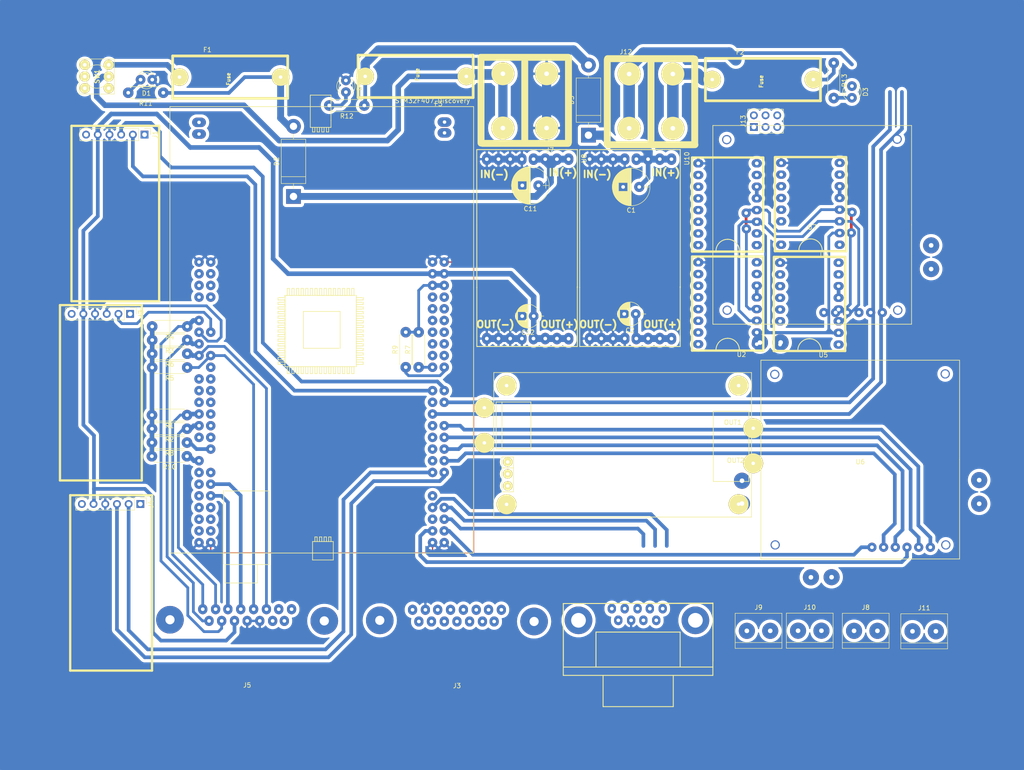
<source format=kicad_pcb>
(kicad_pcb (version 20171130) (host pcbnew "(5.0.2)-1")
  (layers (0 F.Cu signal) (31 B.Cu signal) (34 B.Paste user) (35 F.Paste user) (36 B.SilkS user) (37 F.SilkS user) (38 B.Mask user) (39 F.Mask user) (44 Edge.Cuts user))
  (net 0 "")
  (net 1 "Net-(C1-Pad1)")
  (net 2 "Net-(C11-Pad1)")
  (net 3 GND)
  (net 4 +5V)
  (net 5 "Net-(D1-Pad2)")
  (net 6 "Net-(D2-Pad2)")
  (net 7 "Net-(F1-Pad2)")
  (net 8 "Net-(J1-Pad1)")
  (net 9 "Net-(J1-Pad6)")
  (net 10 "Net-(J2-Pad1)")
  (net 11 "Net-(J2-Pad6)")
  (net 12 "Net-(J3-Pad0)")
  (net 13 "Net-(J4-Pad1)")
  (net 14 "Net-(J4-Pad6)")
  (net 15 +12V)
  (net 16 "Net-(U2-Pad1)")
  (net 17 "Net-(U2-Pad15)")
  (net 18 "Net-(U2-Pad5)")
  (net 19 "Net-(U3-Pad1)")
  (net 20 "Net-(U3-Pad15)")
  (net 21 "Net-(U3-Pad5)")
  (net 22 "Net-(U4-Pad1)")
  (net 23 "Net-(U4-Pad5)")
  (net 24 "Net-(U5-Pad1)")
  (net 25 "Net-(U5-Pad5)")
  (net 26 "Net-(U7-Pad4)")
  (net 27 "Net-(U7-Pad3)")
  (net 28 "Net-(U7-Pad5)")
  (net 29 /18V)
  (net 30 /GMOT)
  (net 31 "Net-(D3-Pad2)")
  (net 32 "Net-(D4-Pad2)")
  (net 33 "Net-(D5-Pad2)")
  (net 34 /12VMOT)
  (net 35 "Net-(F2-Pad2)")
  (net 36 /U1_TX)
  (net 37 /U1_RX)
  (net 38 /U2_TX)
  (net 39 /U2_RX)
  (net 40 /S2_2B)
  (net 41 /S2_1A)
  (net 42 /S3_2B)
  (net 43 /S3_1A)
  (net 44 /S4_2B)
  (net 45 /S4_1A)
  (net 46 /S2_2A)
  (net 47 /S2_1B)
  (net 48 /S3_2A)
  (net 49 /S3_1B)
  (net 50 /S4_2A)
  (net 51 /S4_1B)
  (net 52 /SERVO)
  (net 53 /U3_TX)
  (net 54 /U3_RX)
  (net 55 "Net-(J5-Pad0)")
  (net 56 /I2C2_SDA)
  (net 57 /I2C2_SCL)
  (net 58 +3V3)
  (net 59 /I2C1_SDA)
  (net 60 /I2C1_SCL)
  (net 61 "Net-(J8-Pad1)")
  (net 62 "Net-(J8-Pad2)")
  (net 63 "Net-(J9-Pad1)")
  (net 64 "Net-(J9-Pad2)")
  (net 65 "Net-(J10-Pad1)")
  (net 66 "Net-(J10-Pad2)")
  (net 67 "Net-(J11-Pad1)")
  (net 68 "Net-(J11-Pad2)")
  (net 69 /E1_CHA)
  (net 70 /E1_CHB)
  (net 71 /E2_CHA)
  (net 72 /E2_CHB)
  (net 73 /E3_CHA)
  (net 74 /E3_CHB)
  (net 75 /M2_PWM)
  (net 76 /S1_2B)
  (net 77 /S1_2A)
  (net 78 /S1_1A)
  (net 79 /S1_1B)
  (net 80 /M3_PWM)
  (net 81 /M4_PWM)
  (net 82 "Net-(U9-Pad4)")
  (net 83 "Net-(U9-Pad3)")
  (net 84 "Net-(U9-Pad7)")
  (net 85 "Net-(U9-Pad8)")
  (net 86 "Net-(U9-Pad6)")
  (net 87 "Net-(U9-Pad5)")
  (net 88 "Net-(U9-Pad25)")
  (net 89 "Net-(U9-Pad26)")
  (net 90 "Net-(U9-Pad28)")
  (net 91 "Net-(U9-Pad31)")
  (net 92 "Net-(U9-Pad32)")
  (net 93 "Net-(U9-Pad30)")
  (net 94 "Net-(U9-Pad21)")
  (net 95 "Net-(U9-Pad22)")
  (net 96 "Net-(U9-Pad24)")
  (net 97 "Net-(U9-Pad23)")
  (net 98 "Net-(U9-Pad20)")
  (net 99 "Net-(U9-Pad38)")
  (net 100 "Net-(U9-Pad37)")
  (net 101 "Net-(U9-Pad41)")
  (net 102 "Net-(U9-Pad39)")
  (net 103 "Net-(U9-Pad47)")
  (net 104 "Net-(U9-Pad48)")
  (net 105 "Net-(U9-Pad45)")
  (net 106 "Net-(U9-Pad46)")
  (net 107 "Net-(U9-Pad44)")
  (net 108 "Net-(U9-Pad43)")
  (net 109 "Net-(U9-Pad83)")
  (net 110 "Net-(U9-Pad67)")
  (net 111 "Net-(U9-Pad68)")
  (net 112 "Net-(U9-Pad79)")
  (net 113 "Net-(U9-Pad81)")
  (net 114 "Net-(U9-Pad75)")
  (net 115 "Net-(U9-Pad59)")
  (net 116 "Net-(U9-Pad60)")
  (net 117 "Net-(U9-Pad62)")
  (net 118 "Net-(U9-Pad61)")
  (net 119 "Net-(U9-Pad65)")
  (net 120 "Net-(U9-Pad66)")
  (net 121 "Net-(U9-Pad64)")
  (net 122 "Net-(U9-Pad63)")
  (net 123 "Net-(U9-Pad58)")
  (net 124 "Net-(U9-Pad57)")
  (net 125 "Net-(U9-Padc)")
  (net 126 "Net-(U9-Padd)")
  (net 127 "Net-(U9-Padb)")
  (net 128 "Net-(U9-Pada)")
  (net 129 /INT1)
  (net 130 /INT2)
  (net 131 /PH)
  (net 132 /HUMIDITY)
  (net 133 /MS1)
  (net 134 /MS2)
  (net 135 /MS3)
  (net 136 /M1_EN1)
  (net 137 /M1_EN2)
  (net 138 /M3_EN2)
  (net 139 /M3_EN1)
  (net 140 /M2_EN2)
  (net 141 /M2_EN1)
  (net 142 /M4_EN2)
  (net 143 /M4_EN1)
  (net 144 /M1_PWM)
  (net 145 /S1_STEP)
  (net 146 /S1_DIR)
  (net 147 /S2_STEP)
  (net 148 /S2_DIR)
  (net 149 /S3_STEP)
  (net 150 /S3_DIR)
  (net 151 /S4_STEP)
  (net 152 /S4_DIR)
  (net 153 "Net-(U9-Pad85)")
  (module modFiles:A4998 (layer F.Cu) (at 205.232 72.1868 180)
    (fp_text reference U4 (at 4.62 -2.25 180) (layer F.SilkS))
    (fp_text value A4988_3)
    (pad 8 thru_hole oval (at 1.3 17.78 180) (size 2.2 1.8) (drill 0.8) (layers *.Cu *.Mask) (net 149 /S3_STEP))
    (pad 9 thru_hole oval (at 14.0076 17.774 180) (size 2.2 1.8) (drill 0.8) (layers *.Cu *.Mask) (net 3 GND))
    (pad 7 thru_hole oval (at 1.3 15.24 180) (size 2.2 1.8) (drill 0.8) (layers *.Cu *.Mask) (net 150 /S3_DIR))
    (pad 10 thru_hole oval (at 14.0076 15.234 180) (size 2.2 1.8) (drill 0.8) (layers *.Cu *.Mask) (net 4 +5V))
    (pad 6 thru_hole oval (at 1.3 12.7 180) (size 2.2 1.8) (drill 0.8) (layers *.Cu *.Mask) (net 23 "Net-(U4-Pad5)"))
    (pad 11 thru_hole oval (at 14.0076 12.694 180) (size 2.2 1.8) (drill 0.8) (layers *.Cu *.Mask) (net 49 /S3_1B))
    (pad 5 thru_hole oval (at 1.3 10.16 180) (size 2.2 1.8) (drill 0.8) (layers *.Cu *.Mask) (net 23 "Net-(U4-Pad5)"))
    (pad 12 thru_hole oval (at 14.0076 10.154 180) (size 2.2 1.8) (drill 0.8) (layers *.Cu *.Mask) (net 43 /S3_1A))
    (pad 4 thru_hole oval (at 1.3 7.62 180) (size 2.2 1.8) (drill 0.8) (layers *.Cu *.Mask) (net 135 /MS3))
    (pad 13 thru_hole oval (at 14.0076 7.614 180) (size 2.2 1.8) (drill 0.8) (layers *.Cu *.Mask) (net 48 /S3_2A))
    (pad 3 thru_hole oval (at 1.3 5.08 180) (size 2.2 1.8) (drill 0.8) (layers *.Cu *.Mask) (net 134 /MS2))
    (pad 14 thru_hole oval (at 14.0076 5.074 180) (size 2.2 1.8) (drill 0.8) (layers *.Cu *.Mask) (net 42 /S3_2B))
    (pad 2 thru_hole oval (at 1.3 2.54 180) (size 2.2 1.8) (drill 0.8) (layers *.Cu *.Mask) (net 133 /MS1))
    (pad 1 thru_hole oval (at 1.3 0 180) (size 2.2 1.8) (drill 0.8) (layers *.Cu *.Mask) (net 22 "Net-(U4-Pad1)"))
    (pad 16 thru_hole oval (at 14.02 0 180) (size 2.2 1.8) (drill 0.8) (layers *.Cu *.Mask) (net 29 /18V))
  )
  (module modFiles:A4998 (layer F.Cu) (at 205.0034 93.8784 180)
    (fp_text reference U5 (at 4.62 -2.25 180) (layer F.SilkS))
    (fp_text value A4988_4)
    (pad 16 thru_hole oval (at 14.02 0 180) (size 2.2 1.8) (drill 0.8) (layers *.Cu *.Mask) (net 29 /18V))
    (pad 1 thru_hole oval (at 1.3 0 180) (size 2.2 1.8) (drill 0.8) (layers *.Cu *.Mask) (net 24 "Net-(U5-Pad1)"))
    (pad 2 thru_hole oval (at 1.3 2.54 180) (size 2.2 1.8) (drill 0.8) (layers *.Cu *.Mask) (net 133 /MS1))
    (pad 14 thru_hole oval (at 14.0076 5.074 180) (size 2.2 1.8) (drill 0.8) (layers *.Cu *.Mask) (net 44 /S4_2B))
    (pad 3 thru_hole oval (at 1.3 5.08 180) (size 2.2 1.8) (drill 0.8) (layers *.Cu *.Mask) (net 134 /MS2))
    (pad 13 thru_hole oval (at 14.0076 7.614 180) (size 2.2 1.8) (drill 0.8) (layers *.Cu *.Mask) (net 50 /S4_2A))
    (pad 4 thru_hole oval (at 1.3 7.62 180) (size 2.2 1.8) (drill 0.8) (layers *.Cu *.Mask) (net 135 /MS3))
    (pad 12 thru_hole oval (at 14.0076 10.154 180) (size 2.2 1.8) (drill 0.8) (layers *.Cu *.Mask) (net 45 /S4_1A))
    (pad 5 thru_hole oval (at 1.3 10.16 180) (size 2.2 1.8) (drill 0.8) (layers *.Cu *.Mask) (net 25 "Net-(U5-Pad5)"))
    (pad 11 thru_hole oval (at 14.0076 12.694 180) (size 2.2 1.8) (drill 0.8) (layers *.Cu *.Mask) (net 51 /S4_1B))
    (pad 6 thru_hole oval (at 1.3 12.7 180) (size 2.2 1.8) (drill 0.8) (layers *.Cu *.Mask) (net 25 "Net-(U5-Pad5)"))
    (pad 10 thru_hole oval (at 14.0076 15.234 180) (size 2.2 1.8) (drill 0.8) (layers *.Cu *.Mask) (net 4 +5V))
    (pad 7 thru_hole oval (at 1.3 15.24 180) (size 2.2 1.8) (drill 0.8) (layers *.Cu *.Mask) (net 152 /S4_DIR))
    (pad 9 thru_hole oval (at 14.0076 17.774 180) (size 2.2 1.8) (drill 0.8) (layers *.Cu *.Mask) (net 3 GND))
    (pad 8 thru_hole oval (at 1.3 17.78 180) (size 2.2 1.8) (drill 0.8) (layers *.Cu *.Mask) (net 151 /S4_STEP))
  )
  (module modFiles:STM32F407_Discovery (layer F.Cu) (at 91.40444 90.68308)
    (fp_text reference U9 hide)
    (fp_text value STM32F407_Discovery (at 24.0665 -49.784) (layer F.SilkS))
    (pad a thru_hole oval (at -26.67 -45.085) (size 3 2.05) (drill 0.762) (layers *.Cu *.Mask) (net 128 "Net-(U9-Pada)"))
    (pad b thru_hole oval (at -26.67 -42.545) (size 3 2.05) (drill 0.762) (layers *.Cu *.Mask) (net 127 "Net-(U9-Padb)"))
    (pad d thru_hole oval (at 26.67 -42.799) (size 3 2.05) (drill 0.762) (layers *.Cu *.Mask) (net 126 "Net-(U9-Padd)"))
    (pad c thru_hole oval (at 26.67 -45.1485) (size 3 2.05) (drill 0.762) (layers *.Cu *.Mask) (net 125 "Net-(U9-Padc)"))
    (pad 51 thru_hole circle (at 24.0665 -14.732) (size 2.05 2.05) (drill 0.762) (layers *.Cu *.Mask) (net 3 GND))
    (pad 52 thru_hole circle (at 26.6065 -14.732) (size 2.05 2.05) (drill 0.762) (layers *.Cu *.Mask) (net 3 GND))
    (pad 54 thru_hole circle (at 26.6065 -12.192) (size 2.05 2.05) (drill 0.762) (layers *.Cu *.Mask) (net 4 +5V))
    (pad 53 thru_hole circle (at 24.0665 -12.192) (size 2.05 2.05) (drill 0.762) (layers *.Cu *.Mask) (net 4 +5V))
    (pad 57 thru_hole circle (at 24.0665 -7.112) (size 2.05 2.05) (drill 0.762) (layers *.Cu *.Mask) (net 124 "Net-(U9-Pad57)"))
    (pad 58 thru_hole circle (at 26.6065 -7.112) (size 2.05 2.05) (drill 0.762) (layers *.Cu *.Mask) (net 123 "Net-(U9-Pad58)"))
    (pad 56 thru_hole circle (at 26.6065 -9.652) (size 2.05 2.05) (drill 0.762) (layers *.Cu *.Mask) (net 58 +3V3))
    (pad 55 thru_hole circle (at 24.0665 -9.652) (size 2.05 2.05) (drill 0.762) (layers *.Cu *.Mask) (net 58 +3V3))
    (pad 66 thru_hole circle (at 26.6065 3.048) (size 2.05 2.05) (drill 0.762) (layers *.Cu *.Mask) (net 120 "Net-(U9-Pad66)"))
    (pad 65 thru_hole circle (at 24.0665 3.048) (size 2.05 2.05) (drill 0.762) (layers *.Cu *.Mask) (net 119 "Net-(U9-Pad65)"))
    (pad 61 thru_hole circle (at 24.0665 -2.032) (size 2.05 2.05) (drill 0.762) (layers *.Cu *.Mask) (net 118 "Net-(U9-Pad61)"))
    (pad 62 thru_hole circle (at 26.6065 -2.032) (size 2.05 2.05) (drill 0.762) (layers *.Cu *.Mask) (net 117 "Net-(U9-Pad62)"))
    (pad 60 thru_hole circle (at 26.6065 -4.572) (size 2.05 2.05) (drill 0.762) (layers *.Cu *.Mask) (net 116 "Net-(U9-Pad60)"))
    (pad 59 thru_hole circle (at 24.0665 -4.572) (size 2.05 2.05) (drill 0.762) (layers *.Cu *.Mask) (net 115 "Net-(U9-Pad59)"))
    (pad 75 thru_hole circle (at 24.0665 15.748) (size 2.05 2.05) (drill 0.762) (layers *.Cu *.Mask) (net 114 "Net-(U9-Pad75)"))
    (pad 76 thru_hole circle (at 26.6065 15.748) (size 2.05 2.05) (drill 0.762) (layers *.Cu *.Mask) (net 136 /M1_EN1))
    (pad 77 thru_hole circle (at 24.0665 18.288) (size 2.05 2.05) (drill 0.762) (layers *.Cu *.Mask) (net 137 /M1_EN2))
    (pad 81 thru_hole circle (at 24.0665 23.368) (size 2.05 2.05) (drill 0.762) (layers *.Cu *.Mask) (net 113 "Net-(U9-Pad81)"))
    (pad 82 thru_hole circle (at 26.6065 23.368) (size 2.05 2.05) (drill 0.762) (layers *.Cu *.Mask) (net 139 /M3_EN1))
    (pad 80 thru_hole circle (at 26.6065 20.828) (size 2.05 2.05) (drill 0.762) (layers *.Cu *.Mask) (net 138 /M3_EN2))
    (pad 79 thru_hole circle (at 24.0665 20.828) (size 2.05 2.05) (drill 0.762) (layers *.Cu *.Mask) (net 112 "Net-(U9-Pad79)"))
    (pad 74 thru_hole circle (at 26.6065 13.208) (size 2.05 2.05) (drill 0.762) (layers *.Cu *.Mask) (net 37 /U1_RX))
    (pad 73 thru_hole circle (at 24.0665 13.208) (size 2.05 2.05) (drill 0.762) (layers *.Cu *.Mask) (net 36 /U1_TX))
    (pad 69 thru_hole circle (at 24.0665 8.128) (size 2.05 2.05) (drill 0.762) (layers *.Cu *.Mask) (net 60 /I2C1_SCL))
    (pad 70 thru_hole circle (at 26.6065 8.128) (size 2.05 2.05) (drill 0.762) (layers *.Cu *.Mask) (net 59 /I2C1_SDA))
    (pad 68 thru_hole circle (at 26.6065 5.588) (size 2.05 2.05) (drill 0.762) (layers *.Cu *.Mask) (net 111 "Net-(U9-Pad68)"))
    (pad 67 thru_hole circle (at 24.0665 5.588) (size 2.05 2.05) (drill 0.762) (layers *.Cu *.Mask) (net 110 "Net-(U9-Pad67)"))
    (pad 88 thru_hole circle (at 26.6065 30.988) (size 2.05 2.05) (drill 0.762) (layers *.Cu *.Mask) (net 54 /U3_RX))
    (pad 87 thru_hole circle (at 24.0665 30.988) (size 2.05 2.05) (drill 0.762) (layers *.Cu *.Mask) (net 53 /U3_TX))
    (pad 91 thru_hole circle (at 24.0665 36.068) (size 2.05 2.05) (drill 0.762) (layers *.Cu *.Mask) (net 52 /SERVO))
    (pad 86 thru_hole circle (at 26.6065 28.448) (size 2.05 2.05) (drill 0.762) (layers *.Cu *.Mask) (net 141 /M2_EN1))
    (pad 85 thru_hole circle (at 24.0665 28.448) (size 2.05 2.05) (drill 0.762) (layers *.Cu *.Mask) (net 153 "Net-(U9-Pad85)"))
    (pad 97 thru_hole circle (at 24.0665 43.688) (size 2.05 2.05) (drill 0.762) (layers *.Cu *.Mask) (net 80 /M3_PWM))
    (pad 98 thru_hole circle (at 26.6065 43.688) (size 2.05 2.05) (drill 0.762) (layers *.Cu *.Mask) (net 75 /M2_PWM))
    (pad 100 thru_hole circle (at 26.6065 46.228) (size 2.05 2.05) (drill 0.762) (layers *.Cu *.Mask) (net 3 GND))
    (pad 99 thru_hole circle (at 24.0665 46.228) (size 2.05 2.05) (drill 0.762) (layers *.Cu *.Mask) (net 3 GND))
    (pad 95 thru_hole circle (at 24.0665 41.148) (size 2.05 2.05) (drill 0.762) (layers *.Cu *.Mask) (net 144 /M1_PWM))
    (pad 96 thru_hole circle (at 26.6065 41.148) (size 2.05 2.05) (drill 0.762) (layers *.Cu *.Mask) (net 81 /M4_PWM))
    (pad 94 thru_hole circle (at 26.6065 38.608) (size 2.05 2.05) (drill 0.762) (layers *.Cu *.Mask) (net 143 /M4_EN1))
    (pad 93 thru_hole circle (at 24.0665 38.608) (size 2.05 2.05) (drill 0.762) (layers *.Cu *.Mask) (net 142 /M4_EN2))
    (pad 83 thru_hole circle (at 24.0665 25.908) (size 2.05 2.05) (drill 0.762) (layers *.Cu *.Mask) (net 109 "Net-(U9-Pad83)"))
    (pad 84 thru_hole circle (at 26.6065 25.908) (size 2.05 2.05) (drill 0.762) (layers *.Cu *.Mask) (net 140 /M2_EN2))
    (pad 34 thru_hole circle (at -24.13 25.908) (size 2.05 2.05) (drill 0.762) (layers *.Cu *.Mask) (net 57 /I2C2_SCL))
    (pad 43 thru_hole circle (at -26.67 38.608) (size 2.05 2.05) (drill 0.762) (layers *.Cu *.Mask) (net 108 "Net-(U9-Pad43)"))
    (pad 44 thru_hole circle (at -24.13 38.608) (size 2.05 2.05) (drill 0.762) (layers *.Cu *.Mask) (net 107 "Net-(U9-Pad44)"))
    (pad 46 thru_hole circle (at -24.13 41.148) (size 2.05 2.05) (drill 0.762) (layers *.Cu *.Mask) (net 106 "Net-(U9-Pad46)"))
    (pad 45 thru_hole circle (at -26.67 41.148) (size 2.05 2.05) (drill 0.762) (layers *.Cu *.Mask) (net 105 "Net-(U9-Pad45)"))
    (pad 49 thru_hole circle (at -26.67 46.228) (size 2.05 2.05) (drill 0.762) (layers *.Cu *.Mask) (net 3 GND))
    (pad 50 thru_hole circle (at -24.13 46.228) (size 2.05 2.05) (drill 0.762) (layers *.Cu *.Mask) (net 3 GND))
    (pad 48 thru_hole circle (at -24.13 43.688) (size 2.05 2.05) (drill 0.762) (layers *.Cu *.Mask) (net 104 "Net-(U9-Pad48)"))
    (pad 47 thru_hole circle (at -26.67 43.688) (size 2.05 2.05) (drill 0.762) (layers *.Cu *.Mask) (net 103 "Net-(U9-Pad47)"))
    (pad 39 thru_hole circle (at -26.67 33.528) (size 2.05 2.05) (drill 0.762) (layers *.Cu *.Mask) (net 102 "Net-(U9-Pad39)"))
    (pad 40 thru_hole circle (at -24.13 33.528) (size 2.05 2.05) (drill 0.762) (layers *.Cu *.Mask) (net 129 /INT1))
    (pad 42 thru_hole circle (at -24.13 36.068) (size 2.05 2.05) (drill 0.762) (layers *.Cu *.Mask) (net 130 /INT2))
    (pad 41 thru_hole circle (at -26.67 36.068) (size 2.05 2.05) (drill 0.762) (layers *.Cu *.Mask) (net 101 "Net-(U9-Pad41)"))
    (pad 37 thru_hole circle (at -26.67 30.988) (size 2.05 2.05) (drill 0.762) (layers *.Cu *.Mask) (net 100 "Net-(U9-Pad37)"))
    (pad 38 thru_hole circle (at -24.13 30.988) (size 2.05 2.05) (drill 0.762) (layers *.Cu *.Mask) (net 99 "Net-(U9-Pad38)"))
    (pad 35 thru_hole circle (at -26.67 28.448) (size 2.05 2.05) (drill 0.762) (layers *.Cu *.Mask) (net 56 /I2C2_SDA))
    (pad 17 thru_hole circle (at -26.67 5.588) (size 2.05 2.05) (drill 0.762) (layers *.Cu *.Mask) (net 74 /E3_CHB))
    (pad 18 thru_hole circle (at -24.13 5.588) (size 2.05 2.05) (drill 0.762) (layers *.Cu *.Mask) (net 73 /E3_CHA))
    (pad 20 thru_hole circle (at -24.13 8.128) (size 2.05 2.05) (drill 0.762) (layers *.Cu *.Mask) (net 98 "Net-(U9-Pad20)"))
    (pad 23 thru_hole circle (at -26.67 13.208) (size 2.05 2.05) (drill 0.762) (layers *.Cu *.Mask) (net 97 "Net-(U9-Pad23)"))
    (pad 24 thru_hole circle (at -24.13 13.208) (size 2.05 2.05) (drill 0.762) (layers *.Cu *.Mask) (net 96 "Net-(U9-Pad24)"))
    (pad 22 thru_hole circle (at -24.13 10.668) (size 2.05 2.05) (drill 0.762) (layers *.Cu *.Mask) (net 95 "Net-(U9-Pad22)"))
    (pad 21 thru_hole circle (at -26.67 10.668) (size 2.05 2.05) (drill 0.762) (layers *.Cu *.Mask) (net 94 "Net-(U9-Pad21)"))
    (pad 29 thru_hole circle (at -26.67 20.828) (size 2.05 2.05) (drill 0.762) (layers *.Cu *.Mask) (net 70 /E1_CHB))
    (pad 30 thru_hole circle (at -24.13 20.828) (size 2.05 2.05) (drill 0.762) (layers *.Cu *.Mask) (net 93 "Net-(U9-Pad30)"))
    (pad 32 thru_hole circle (at -24.13 23.368) (size 2.05 2.05) (drill 0.762) (layers *.Cu *.Mask) (net 92 "Net-(U9-Pad32)"))
    (pad 31 thru_hole circle (at -26.67 23.368) (size 2.05 2.05) (drill 0.762) (layers *.Cu *.Mask) (net 91 "Net-(U9-Pad31)"))
    (pad 27 thru_hole circle (at -26.67 18.288) (size 2.05 2.05) (drill 0.762) (layers *.Cu *.Mask) (net 69 /E1_CHA))
    (pad 28 thru_hole circle (at -24.13 18.288) (size 2.05 2.05) (drill 0.762) (layers *.Cu *.Mask) (net 90 "Net-(U9-Pad28)"))
    (pad 26 thru_hole circle (at -24.13 15.748) (size 2.05 2.05) (drill 0.762) (layers *.Cu *.Mask) (net 89 "Net-(U9-Pad26)"))
    (pad 25 thru_hole circle (at -26.67 15.748) (size 2.05 2.05) (drill 0.762) (layers *.Cu *.Mask) (net 88 "Net-(U9-Pad25)"))
    (pad 11 thru_hole circle (at -26.67 -2.032) (size 2.05 2.05) (drill 0.762) (layers *.Cu *.Mask) (net 72 /E2_CHB))
    (pad 15 thru_hole circle (at -26.67 3.048) (size 2.05 2.05) (drill 0.762) (layers *.Cu *.Mask) (net 71 /E2_CHA))
    (pad 14 thru_hole circle (at -24.13 0.508) (size 2.05 2.05) (drill 0.762) (layers *.Cu *.Mask) (net 38 /U2_TX))
    (pad 13 thru_hole circle (at -26.67 0.508) (size 2.05 2.05) (drill 0.762) (layers *.Cu *.Mask) (net 39 /U2_RX))
    (pad 5 thru_hole circle (at -26.67 -9.652) (size 2.05 2.05) (drill 0.762) (layers *.Cu *.Mask) (net 87 "Net-(U9-Pad5)"))
    (pad 6 thru_hole circle (at -24.13 -9.652) (size 2.05 2.05) (drill 0.762) (layers *.Cu *.Mask) (net 86 "Net-(U9-Pad6)"))
    (pad 8 thru_hole circle (at -24.13 -7.112) (size 2.05 2.05) (drill 0.762) (layers *.Cu *.Mask) (net 85 "Net-(U9-Pad8)"))
    (pad 7 thru_hole circle (at -26.67 -7.112) (size 2.05 2.05) (drill 0.762) (layers *.Cu *.Mask) (net 84 "Net-(U9-Pad7)"))
    (pad 3 thru_hole circle (at -26.67 -12.192) (size 2.05 2.05) (drill 0.762) (layers *.Cu *.Mask) (net 83 "Net-(U9-Pad3)"))
    (pad 4 thru_hole circle (at -24.13 -12.192) (size 2.05 2.05) (drill 0.762) (layers *.Cu *.Mask) (net 82 "Net-(U9-Pad4)"))
    (pad 2 thru_hole circle (at -24.13 -14.732) (size 2.05 2.05) (drill 0.762) (layers *.Cu *.Mask) (net 3 GND))
    (pad 1 thru_hole circle (at -26.67 -14.732) (size 2.05 2.05) (drill 0.762) (layers *.Cu *.Mask) (net 3 GND))
    (pad 63 thru_hole circle (at 24.0665 0.508) (size 2.05 2.05) (drill 0.762) (layers *.Cu *.Mask) (net 122 "Net-(U9-Pad63)"))
    (pad 64 thru_hole circle (at 26.6065 0.508) (size 2.05 2.05) (drill 0.762) (layers *.Cu *.Mask) (net 121 "Net-(U9-Pad64)"))
  )
  (module modFiles:L298 (layer F.Cu) (at 197.9676 67.8688)
    (fp_text reference U7 (at 0 0.5) (layer F.SilkS))
    (fp_text value L298_M4)
    (pad 0 thru_hole circle (at 18.5928 18.542) (size 2 2) (drill 1.5) (layers *.Cu *.Mask))
    (pad 0 thru_hole circle (at -18.4785 18.542) (size 2 2) (drill 1.5) (layers *.Cu *.Mask))
    (pad 0 thru_hole circle (at -18.5674 -18.5166) (size 2 2) (drill 1.5) (layers *.Cu *.Mask))
    (pad 0 thru_hole circle (at 18.4658 -18.6182) (size 2 2) (drill 1.5) (layers *.Cu *.Mask))
    (pad 12 thru_hole circle (at 25.8445 9.6012) (size 3.5 3.5) (drill 1) (layers *.Cu *.Mask) (net 64 "Net-(J9-Pad2)"))
    (pad 11 thru_hole circle (at 25.8445 4.4577) (size 3.5 3.5) (drill 1) (layers *.Cu *.Mask) (net 63 "Net-(J9-Pad1)"))
    (pad 1 thru_hole circle (at -11.3538 25.5778) (size 3.5 3.5) (drill 1) (layers *.Cu *.Mask) (net 34 /12VMOT))
    (pad 2 thru_hole circle (at -6.858 25.5524) (size 3.5 3.5) (drill 1) (layers *.Cu *.Mask) (net 30 /GMOT))
    (pad 8 thru_hole circle (at 15.24 19.05) (size 2 2) (drill 0.8) (layers *.Cu *.Mask) (net 142 /M4_EN2))
    (pad 7 thru_hole circle (at 12.7 19.05) (size 2 2) (drill 0.8) (layers *.Cu *.Mask) (net 143 /M4_EN1))
    (pad 6 thru_hole circle (at 10.16 19.05) (size 2 2) (drill 0.8) (layers *.Cu *.Mask) (net 81 /M4_PWM))
    (pad 5 thru_hole circle (at 7.62 19.05) (size 2 2) (drill 0.8) (layers *.Cu *.Mask) (net 28 "Net-(U7-Pad5)"))
    (pad 4 thru_hole circle (at 5.08 19.05) (size 2 2) (drill 0.8) (layers *.Cu *.Mask) (net 26 "Net-(U7-Pad4)"))
    (pad 3 thru_hole circle (at 2.54 19.05) (size 2 2) (drill 0.8) (layers *.Cu *.Mask) (net 27 "Net-(U7-Pad3)"))
  )
  (module modFiles:H_Bridge (layer F.Cu) (at 133.0833 113.9698 180)
    (fp_text reference U1 hide)
    (fp_text value Motor_Driver hide)
    (fp_text user OUT1 (at -47.625 3.175 180) (layer F.SilkS))
    (fp_text user OUT2 (at -48.26 -5.08 180) (layer F.SilkS))
    (pad 6 thru_hole circle (at 6.35 6.35 180) (size 4.318 4.318) (drill 0.762) (layers *.Cu *.Mask F.SilkS) (net 34 /12VMOT))
    (pad 7 thru_hole circle (at 6.35 -1.27 180) (size 4.318 4.318) (drill 0.762) (layers *.Cu *.Mask F.SilkS) (net 30 /GMOT))
    (pad 5 thru_hole circle (at 1.27 -5.42036 180) (size 2.032 2.032) (drill 0.762) (layers *.Cu *.Mask F.SilkS) (net 137 /M1_EN2) (clearance -0.254))
    (pad 4 thru_hole circle (at 1.27 -8.02132 180) (size 2.032 2.032) (drill 0.762) (layers *.Cu *.Mask F.SilkS) (net 136 /M1_EN1) (clearance -0.254))
    (pad 3 thru_hole circle (at 1.27 -10.62228 180) (size 2.032 2.032) (drill 0.762) (layers *.Cu *.Mask F.SilkS) (net 144 /M1_PWM) (clearance -0.254))
    (pad 1 thru_hole circle (at -52.07 1.905 180) (size 4.318 4.318) (drill 0.762) (layers *.Cu *.Mask F.SilkS) (net 61 "Net-(J8-Pad1)"))
    (pad 2 thru_hole circle (at -52.07 -5.715 180) (size 4.318 4.318) (drill 0.762) (layers *.Cu *.Mask F.SilkS) (net 62 "Net-(J8-Pad2)"))
    (pad "" thru_hole circle (at -48.88992 11.176 180) (size 4.318 4.318) (drill 0.762) (layers *.Cu *.Mask F.SilkS))
    (pad "" thru_hole circle (at 1.51892 11.176 180) (size 4.318 4.318) (drill 0.762) (layers *.Cu *.Mask F.SilkS))
    (pad "" thru_hole circle (at 1.524 -14.6304 180) (size 4.318 4.318) (drill 0.762) (layers *.Cu *.Mask F.SilkS))
    (pad "" thru_hole circle (at -48.895 -14.58976 180) (size 4.318 4.318) (drill 0.762) (layers *.Cu *.Mask F.SilkS))
  )
  (module modFiles:Connector_DB_9 (layer F.Cu) (at 165.481 151.257 180)
    (fp_text reference J6 hide)
    (fp_text value "3 MPU, HUMIDITY, PH")
    (pad 9 thru_hole oval (at 9.65 -2.54 180) (size 1.8 2.1) (drill 0.8) (layers *.Cu *.Mask) (net 4 +5V))
    (pad 8 thru_hole oval (at 6.86 -2.54 180) (size 1.8 2.1) (drill 0.8) (layers *.Cu *.Mask) (net 3 GND))
    (pad 7 thru_hole oval (at 4.19 -2.54 180) (size 1.8 2.1) (drill 0.8) (layers *.Cu *.Mask) (net 60 /I2C1_SCL))
    (pad 6 thru_hole oval (at 1.4 -2.54 180) (size 1.8 2.1) (drill 0.8) (layers *.Cu *.Mask) (net 59 /I2C1_SDA))
    (pad 5 thru_hole oval (at 11.05 0 180) (size 1.8 2.1) (drill 0.8) (layers *.Cu *.Mask) (net 58 +3V3))
    (pad 4 thru_hole oval (at 8.26 0 180) (size 1.8 2.1) (drill 0.8) (layers *.Cu *.Mask) (net 57 /I2C2_SCL))
    (pad 3 thru_hole oval (at 5.46 0 180) (size 1.8 2.1) (drill 0.8) (layers *.Cu *.Mask) (net 131 /PH))
    (pad 2 thru_hole oval (at 2.79 0 180) (size 1.8 2.1) (drill 0.8) (layers *.Cu *.Mask) (net 132 /HUMIDITY))
    (pad 1 thru_hole oval (at 0 0 180) (size 1.8 2.1) (drill 0.8) (layers *.Cu *.Mask) (net 56 /I2C2_SDA))
    (pad 11 thru_hole circle (at -7.11 -2.54 180) (size 6 6) (drill 3.2) (layers *.Cu *.Mask))
    (pad 10 thru_hole circle (at 18.29 -2.54 180) (size 6 6) (drill 3.2) (layers *.Cu *.Mask))
  )
  (module modFiles:Buck_Regulator (layer F.Cu) (at 167.386 53.594 270)
    (fp_text reference U10 (at -0.14 -3.35 270) (layer F.SilkS))
    (fp_text value Boost)
    (fp_text user "IN(+)" (at 2.9 1.225) (layer F.SilkS) (effects (font (size 1.5 1.5) (thickness 0.375))))
    (fp_text user "IN(-)" (at 3.275 16.15) (layer F.SilkS) (effects (font (size 1.5 1.5) (thickness 0.375))))
    (fp_text user "OUT(+)" (at 35.875 1.95) (layer F.SilkS) (effects (font (size 1.5 1.5) (thickness 0.375))))
    (fp_text user "OUT(-)" (at 35.9 15.9) (layer F.SilkS) (effects (font (size 1.5 1.5) (thickness 0.375))))
    (pad 4 thru_hole oval (at 38.98 17.77 270) (size 2.5 2.05) (drill 0.8) (layers *.Cu *.Mask) (net 3 GND))
    (pad 4 thru_hole oval (at 38.98 15.23 270) (size 2.5 2.05) (drill 0.8) (layers *.Cu *.Mask) (net 3 GND))
    (pad 4 thru_hole oval (at 38.98 12.69 270) (size 2.5 2.05) (drill 0.8) (layers *.Cu *.Mask) (net 3 GND))
    (pad 4 thru_hole oval (at 38.98 10.15 270) (size 2.5 2.05) (drill 0.8) (layers *.Cu *.Mask) (net 3 GND))
    (pad 3 thru_hole oval (at 38.98 5.07 270) (size 2.5 2.05) (drill 0.8) (layers *.Cu *.Mask) (net 29 /18V))
    (pad 3 thru_hole oval (at 38.98 2.53 270) (size 2.5 2.05) (drill 0.8) (layers *.Cu *.Mask) (net 29 /18V))
    (pad 3 thru_hole oval (at 39 0 270) (size 2.5 2.05) (drill 0.8) (layers *.Cu *.Mask) (net 29 /18V))
    (pad 2 thru_hole oval (at 0 17.78 270) (size 2.5 2.05) (drill 0.8) (layers *.Cu *.Mask) (net 3 GND))
    (pad 2 thru_hole oval (at 0 15.24 270) (size 2.5 2.05) (drill 0.8) (layers *.Cu *.Mask) (net 3 GND))
    (pad 2 thru_hole oval (at 0 12.7 270) (size 2.5 2.05) (drill 0.8) (layers *.Cu *.Mask) (net 3 GND))
    (pad 2 thru_hole oval (at 0 10.16 270) (size 2.5 2.05) (drill 0.8) (layers *.Cu *.Mask) (net 3 GND))
    (pad 1 thru_hole oval (at 0 7.62 270) (size 2.5 2.05) (drill 0.8) (layers *.Cu *.Mask) (net 1 "Net-(C1-Pad1)"))
    (pad 1 thru_hole oval (at 0 5.08 270) (size 2.5 2.05) (drill 0.8) (layers *.Cu *.Mask) (net 1 "Net-(C1-Pad1)"))
    (pad 1 thru_hole oval (at 0 2.54 270) (size 2.5 2.05) (drill 0.8) (layers *.Cu *.Mask) (net 1 "Net-(C1-Pad1)"))
    (pad 1 thru_hole oval (at 0 0 270) (size 2.5 2.05) (drill 0.8) (layers *.Cu *.Mask) (net 1 "Net-(C1-Pad1)"))
    (pad 3 thru_hole oval (at 38.98 7.63 270) (size 2.5 2.05) (drill 0.8) (layers *.Cu *.Mask) (net 29 /18V))
  )
  (module modFiles:Buck_Regulator (layer F.Cu) (at 145.034 53.594 270)
    (fp_text reference U8 (at -0.14 -3.35 270) (layer F.SilkS))
    (fp_text value Buck)
    (fp_text user "IN(+)" (at 2.9 1.225) (layer F.SilkS) (effects (font (size 1.5 1.5) (thickness 0.375))))
    (fp_text user "IN(-)" (at 3.275 16.15) (layer F.SilkS) (effects (font (size 1.5 1.5) (thickness 0.375))))
    (fp_text user "OUT(+)" (at 35.875 1.95) (layer F.SilkS) (effects (font (size 1.5 1.5) (thickness 0.375))))
    (fp_text user "OUT(-)" (at 35.9 15.9) (layer F.SilkS) (effects (font (size 1.5 1.5) (thickness 0.375))))
    (pad 4 thru_hole oval (at 38.98 17.77 270) (size 2.5 2.05) (drill 0.8) (layers *.Cu *.Mask) (net 3 GND))
    (pad 4 thru_hole oval (at 38.98 15.23 270) (size 2.5 2.05) (drill 0.8) (layers *.Cu *.Mask) (net 3 GND))
    (pad 4 thru_hole oval (at 38.98 12.69 270) (size 2.5 2.05) (drill 0.8) (layers *.Cu *.Mask) (net 3 GND))
    (pad 4 thru_hole oval (at 38.98 10.15 270) (size 2.5 2.05) (drill 0.8) (layers *.Cu *.Mask) (net 3 GND))
    (pad 3 thru_hole oval (at 38.98 5.07 270) (size 2.5 2.05) (drill 0.8) (layers *.Cu *.Mask) (net 4 +5V))
    (pad 3 thru_hole oval (at 38.98 2.53 270) (size 2.5 2.05) (drill 0.8) (layers *.Cu *.Mask) (net 4 +5V))
    (pad 3 thru_hole oval (at 39 0 270) (size 2.5 2.05) (drill 0.8) (layers *.Cu *.Mask) (net 4 +5V))
    (pad 2 thru_hole oval (at 0 17.78 270) (size 2.5 2.05) (drill 0.8) (layers *.Cu *.Mask) (net 3 GND))
    (pad 2 thru_hole oval (at 0 15.24 270) (size 2.5 2.05) (drill 0.8) (layers *.Cu *.Mask) (net 3 GND))
    (pad 2 thru_hole oval (at 0 12.7 270) (size 2.5 2.05) (drill 0.8) (layers *.Cu *.Mask) (net 3 GND))
    (pad 2 thru_hole oval (at 0 10.16 270) (size 2.5 2.05) (drill 0.8) (layers *.Cu *.Mask) (net 3 GND))
    (pad 1 thru_hole oval (at 0 7.62 270) (size 2.5 2.05) (drill 0.8) (layers *.Cu *.Mask) (net 2 "Net-(C11-Pad1)"))
    (pad 1 thru_hole oval (at 0 5.08 270) (size 2.5 2.05) (drill 0.8) (layers *.Cu *.Mask) (net 2 "Net-(C11-Pad1)"))
    (pad 1 thru_hole oval (at 0 2.54 270) (size 2.5 2.05) (drill 0.8) (layers *.Cu *.Mask) (net 2 "Net-(C11-Pad1)"))
    (pad 1 thru_hole oval (at 0 0 270) (size 2.5 2.05) (drill 0.8) (layers *.Cu *.Mask) (net 2 "Net-(C11-Pad1)"))
    (pad 3 thru_hole oval (at 38.98 7.63 270) (size 2.5 2.05) (drill 0.8) (layers *.Cu *.Mask) (net 4 +5V))
  )
  (module modFiles:A4998 (layer F.Cu) (at 187.2234 93.7895 180)
    (fp_text reference U2 (at 4.62 -2.25 180) (layer F.SilkS))
    (fp_text value A4988_1)
    (pad 8 thru_hole oval (at 1.3 17.78 180) (size 2.2 1.8) (drill 0.8) (layers *.Cu *.Mask) (net 145 /S1_STEP))
    (pad 9 thru_hole oval (at 14.0076 17.774 180) (size 2.2 1.8) (drill 0.8) (layers *.Cu *.Mask) (net 3 GND))
    (pad 7 thru_hole oval (at 1.3 15.24 180) (size 2.2 1.8) (drill 0.8) (layers *.Cu *.Mask) (net 146 /S1_DIR))
    (pad 10 thru_hole oval (at 14.0076 15.234 180) (size 2.2 1.8) (drill 0.8) (layers *.Cu *.Mask) (net 4 +5V))
    (pad 6 thru_hole oval (at 1.3 12.7 180) (size 2.2 1.8) (drill 0.8) (layers *.Cu *.Mask) (net 18 "Net-(U2-Pad5)"))
    (pad 11 thru_hole oval (at 14.0076 12.694 180) (size 2.2 1.8) (drill 0.8) (layers *.Cu *.Mask) (net 79 /S1_1B))
    (pad 5 thru_hole oval (at 1.3 10.16 180) (size 2.2 1.8) (drill 0.8) (layers *.Cu *.Mask) (net 18 "Net-(U2-Pad5)"))
    (pad 12 thru_hole oval (at 14.0076 10.154 180) (size 2.2 1.8) (drill 0.8) (layers *.Cu *.Mask) (net 78 /S1_1A))
    (pad 4 thru_hole oval (at 1.3 7.62 180) (size 2.2 1.8) (drill 0.8) (layers *.Cu *.Mask) (net 135 /MS3))
    (pad 13 thru_hole oval (at 14.0076 7.614 180) (size 2.2 1.8) (drill 0.8) (layers *.Cu *.Mask) (net 77 /S1_2A))
    (pad 3 thru_hole oval (at 1.3 5.08 180) (size 2.2 1.8) (drill 0.8) (layers *.Cu *.Mask) (net 134 /MS2))
    (pad 14 thru_hole oval (at 14.0076 5.074 180) (size 2.2 1.8) (drill 0.8) (layers *.Cu *.Mask) (net 76 /S1_2B))
    (pad 2 thru_hole oval (at 1.3 2.54 180) (size 2.2 1.8) (drill 0.8) (layers *.Cu *.Mask) (net 133 /MS1))
    (pad 15 thru_hole oval (at 14.0076 2.534 180) (size 2.2 1.8) (drill 0.8) (layers *.Cu *.Mask) (net 17 "Net-(U2-Pad15)"))
    (pad 1 thru_hole oval (at 1.3 0 180) (size 2.2 1.8) (drill 0.8) (layers *.Cu *.Mask) (net 16 "Net-(U2-Pad1)"))
    (pad 16 thru_hole oval (at 14.02 0 180) (size 2.2 1.8) (drill 0.8) (layers *.Cu *.Mask) (net 29 /18V))
  )
  (module modFiles:A4998 (layer F.Cu) (at 187.2234 72.2757 180)
    (fp_text reference U3 (at 4.62 -2.25 180) (layer F.SilkS))
    (fp_text value A4988_2)
    (pad 8 thru_hole oval (at 1.3 17.78 180) (size 2.2 1.8) (drill 0.8) (layers *.Cu *.Mask) (net 147 /S2_STEP))
    (pad 9 thru_hole oval (at 14.0076 17.774 180) (size 2.2 1.8) (drill 0.8) (layers *.Cu *.Mask) (net 3 GND))
    (pad 7 thru_hole oval (at 1.3 15.24 180) (size 2.2 1.8) (drill 0.8) (layers *.Cu *.Mask) (net 148 /S2_DIR))
    (pad 10 thru_hole oval (at 14.0076 15.234 180) (size 2.2 1.8) (drill 0.8) (layers *.Cu *.Mask) (net 4 +5V))
    (pad 6 thru_hole oval (at 1.3 12.7 180) (size 2.2 1.8) (drill 0.8) (layers *.Cu *.Mask) (net 21 "Net-(U3-Pad5)"))
    (pad 11 thru_hole oval (at 14.0076 12.694 180) (size 2.2 1.8) (drill 0.8) (layers *.Cu *.Mask) (net 47 /S2_1B))
    (pad 5 thru_hole oval (at 1.3 10.16 180) (size 2.2 1.8) (drill 0.8) (layers *.Cu *.Mask) (net 21 "Net-(U3-Pad5)"))
    (pad 12 thru_hole oval (at 14.0076 10.154 180) (size 2.2 1.8) (drill 0.8) (layers *.Cu *.Mask) (net 41 /S2_1A))
    (pad 4 thru_hole oval (at 1.3 7.62 180) (size 2.2 1.8) (drill 0.8) (layers *.Cu *.Mask) (net 135 /MS3))
    (pad 13 thru_hole oval (at 14.0076 7.614 180) (size 2.2 1.8) (drill 0.8) (layers *.Cu *.Mask) (net 46 /S2_2A))
    (pad 3 thru_hole oval (at 1.3 5.08 180) (size 2.2 1.8) (drill 0.8) (layers *.Cu *.Mask) (net 134 /MS2))
    (pad 14 thru_hole oval (at 14.0076 5.074 180) (size 2.2 1.8) (drill 0.8) (layers *.Cu *.Mask) (net 40 /S2_2B))
    (pad 2 thru_hole oval (at 1.3 2.54 180) (size 2.2 1.8) (drill 0.8) (layers *.Cu *.Mask) (net 133 /MS1))
    (pad 15 thru_hole oval (at 14.0076 2.534 180) (size 2.2 1.8) (drill 0.8) (layers *.Cu *.Mask) (net 20 "Net-(U3-Pad15)"))
    (pad 1 thru_hole oval (at 1.3 0 180) (size 2.2 1.8) (drill 0.8) (layers *.Cu *.Mask) (net 19 "Net-(U3-Pad1)"))
    (pad 16 thru_hole oval (at 14.02 0 180) (size 2.2 1.8) (drill 0.8) (layers *.Cu *.Mask) (net 29 /18V))
  )
  (module modFiles:L298 (layer F.Cu) (at 208.407 118.872)
    (fp_text reference U6 (at 0 0.5) (layer F.SilkS))
    (fp_text value L298_M2,3)
    (pad 0 thru_hole circle (at 18.5928 18.542) (size 2 2) (drill 1.5) (layers *.Cu *.Mask))
    (pad 0 thru_hole circle (at -18.4785 18.542) (size 2 2) (drill 1.5) (layers *.Cu *.Mask))
    (pad 0 thru_hole circle (at -18.5674 -18.5166) (size 2 2) (drill 1.5) (layers *.Cu *.Mask))
    (pad 0 thru_hole circle (at 18.4658 -18.6182) (size 2 2) (drill 1.5) (layers *.Cu *.Mask))
    (pad 12 thru_hole circle (at 25.8445 9.6012) (size 3.5 3.5) (drill 1) (layers *.Cu *.Mask) (net 68 "Net-(J11-Pad2)"))
    (pad 11 thru_hole circle (at 25.8445 4.4577) (size 3.5 3.5) (drill 1) (layers *.Cu *.Mask) (net 67 "Net-(J11-Pad1)"))
    (pad 9 thru_hole circle (at -25.6921 4.5974) (size 3.5 3.5) (drill 1) (layers *.Cu *.Mask) (net 66 "Net-(J10-Pad2)"))
    (pad 10 thru_hole circle (at -25.6921 9.5504) (size 3.5 3.5) (drill 1) (layers *.Cu *.Mask) (net 65 "Net-(J10-Pad1)"))
    (pad 1 thru_hole circle (at -10.7188 25.5778) (size 3.5 3.5) (drill 1) (layers *.Cu *.Mask) (net 34 /12VMOT))
    (pad 2 thru_hole circle (at -6.223 25.5524) (size 3.5 3.5) (drill 1) (layers *.Cu *.Mask) (net 30 /GMOT))
    (pad 8 thru_hole circle (at 15.24 19.05) (size 2 2) (drill 0.8) (layers *.Cu *.Mask) (net 138 /M3_EN2))
    (pad 7 thru_hole circle (at 12.7 19.05) (size 2 2) (drill 0.8) (layers *.Cu *.Mask) (net 139 /M3_EN1))
    (pad 6 thru_hole circle (at 10.16 19.05) (size 2 2) (drill 0.8) (layers *.Cu *.Mask) (net 80 /M3_PWM))
    (pad 5 thru_hole circle (at 7.62 19.05) (size 2 2) (drill 0.8) (layers *.Cu *.Mask) (net 140 /M2_EN2))
    (pad 4 thru_hole circle (at 5.08 19.05) (size 2 2) (drill 0.8) (layers *.Cu *.Mask) (net 141 /M2_EN1))
    (pad 3 thru_hole circle (at 2.54 19.05) (size 2 2) (drill 0.8) (layers *.Cu *.Mask) (net 75 /M2_PWM))
  )
  (module modFiles:Fuse_Holder (layer F.Cu) (at 187.0456 36.8046)
    (fp_text reference F2 (at -4.7371 -6.4516) (layer F.SilkS))
    (fp_text value Fuse (at -0.154 -0.098 90) (layer F.SilkS) (effects (font (size 0.8 0.8) (thickness 0.2))))
    (pad 1 thru_hole circle (at 11.176 -0.508 90) (size 3.81 3.81) (drill 0.762) (layers *.Cu *.Mask F.SilkS) (net 34 /12VMOT))
    (pad 2 thru_hole circle (at -10.795 -0.508 90) (size 3.81 3.81) (drill 0.762) (layers *.Cu *.Mask F.SilkS) (net 35 "Net-(F2-Pad2)"))
  )
  (module Pin_Headers:Pin_Header_Straight_2x03_Pitch2.54mm (layer F.Cu) (at 185.293 46.609 90)
    (fp_text reference J13 (at 1.27 -2.33 90) (layer F.SilkS))
    (fp_text value MS_Conn)
    (pad 1 thru_hole rect (at 0 0 90) (size 1.7 1.7) (drill 1) (layers *.Cu *.Mask) (net 133 /MS1))
    (pad 4 thru_hole oval (at 2.54 0 90) (size 1.7 1.7) (drill 1) (layers *.Cu *.Mask) (net 4 +5V))
    (pad 2 thru_hole oval (at 0 2.54 90) (size 1.7 1.7) (drill 1) (layers *.Cu *.Mask) (net 134 /MS2))
    (pad 5 thru_hole oval (at 2.54 2.54 90) (size 1.7 1.7) (drill 1) (layers *.Cu *.Mask) (net 4 +5V))
    (pad 3 thru_hole oval (at 0 5.08 90) (size 1.7 1.7) (drill 1) (layers *.Cu *.Mask) (net 135 /MS3))
    (pad 6 thru_hole oval (at 2.54 5.08 90) (size 1.7 1.7) (drill 1) (layers *.Cu *.Mask) (net 4 +5V))
  )
  (module modFiles:Fuse_Holder (layer F.Cu) (at 112.01908 35.09772 180)
    (fp_text reference F3 (at -4.7371 -6.4516 180) (layer F.SilkS))
    (fp_text value Fuse (at -0.154 -0.098 270) (layer F.SilkS) (effects (font (size 0.8 0.8) (thickness 0.2))))
    (pad 1 thru_hole circle (at 11.176 -0.508 270) (size 3.81 3.81) (drill 0.762) (layers *.Cu *.Mask F.SilkS) (net 33 "Net-(D5-Pad2)"))
    (pad 2 thru_hole circle (at -10.795 -0.508 270) (size 3.81 3.81) (drill 0.762) (layers *.Cu *.Mask F.SilkS) (net 15 +12V))
  )
  (module Pin_Headers:Pin_Header_Straight_1x06_Pitch2.54mm (layer F.Cu) (at 49.7586 87.2109 270)
    (fp_text reference J2 (at 0 -2.33 270) (layer F.SilkS))
    (fp_text value Bluetooth)
    (pad 1 thru_hole rect (at 0 0 270) (size 1.7 1.7) (drill 1) (layers *.Cu *.Mask) (net 10 "Net-(J2-Pad1)"))
    (pad 2 thru_hole oval (at 0 2.54 270) (size 1.7 1.7) (drill 1) (layers *.Cu *.Mask) (net 38 /U2_TX))
    (pad 3 thru_hole oval (at 0 5.08 270) (size 1.7 1.7) (drill 1) (layers *.Cu *.Mask) (net 39 /U2_RX))
    (pad 4 thru_hole oval (at 0 7.62 270) (size 1.7 1.7) (drill 1) (layers *.Cu *.Mask) (net 3 GND))
    (pad 5 thru_hole oval (at 0 10.16 270) (size 1.7 1.7) (drill 1) (layers *.Cu *.Mask) (net 4 +5V))
    (pad 6 thru_hole oval (at 0 12.7 270) (size 1.7 1.7) (drill 1) (layers *.Cu *.Mask) (net 11 "Net-(J2-Pad6)"))
  )
  (module Pin_Headers:Pin_Header_Straight_1x06_Pitch2.54mm (layer F.Cu) (at 51.97856 128.524 270)
    (fp_text reference J4 (at 0 -2.33 270) (layer F.SilkS))
    (fp_text value Bluetooth)
    (pad 1 thru_hole rect (at 0 0 270) (size 1.7 1.7) (drill 1) (layers *.Cu *.Mask) (net 13 "Net-(J4-Pad1)"))
    (pad 2 thru_hole oval (at 0 2.54 270) (size 1.7 1.7) (drill 1) (layers *.Cu *.Mask) (net 53 /U3_TX))
    (pad 3 thru_hole oval (at 0 5.08 270) (size 1.7 1.7) (drill 1) (layers *.Cu *.Mask) (net 54 /U3_RX))
    (pad 4 thru_hole oval (at 0 7.62 270) (size 1.7 1.7) (drill 1) (layers *.Cu *.Mask) (net 3 GND))
    (pad 5 thru_hole oval (at 0 10.16 270) (size 1.7 1.7) (drill 1) (layers *.Cu *.Mask) (net 4 +5V))
    (pad 6 thru_hole oval (at 0 12.7 270) (size 1.7 1.7) (drill 1) (layers *.Cu *.Mask) (net 14 "Net-(J4-Pad6)"))
  )
  (module Pin_Headers:Pin_Header_Straight_1x06_Pitch2.54mm (layer F.Cu) (at 52.89296 48.26 270)
    (fp_text reference J1 (at 0 -2.33 270) (layer F.SilkS))
    (fp_text value Bluetooth)
    (pad 1 thru_hole rect (at 0 0 270) (size 1.7 1.7) (drill 1) (layers *.Cu *.Mask) (net 8 "Net-(J1-Pad1)"))
    (pad 2 thru_hole oval (at 0 2.54 270) (size 1.7 1.7) (drill 1) (layers *.Cu *.Mask) (net 36 /U1_TX))
    (pad 3 thru_hole oval (at 0 5.08 270) (size 1.7 1.7) (drill 1) (layers *.Cu *.Mask) (net 37 /U1_RX))
    (pad 4 thru_hole oval (at 0 7.62 270) (size 1.7 1.7) (drill 1) (layers *.Cu *.Mask) (net 3 GND))
    (pad 5 thru_hole oval (at 0 10.16 270) (size 1.7 1.7) (drill 1) (layers *.Cu *.Mask) (net 4 +5V))
    (pad 6 thru_hole oval (at 0 12.7 270) (size 1.7 1.7) (drill 1) (layers *.Cu *.Mask) (net 9 "Net-(J1-Pad6)"))
  )
  (module modFiles:Capacitor_100uF (layer F.Cu) (at 160.38576 59.62904 180)
    (fp_text reference C1 (at 1.75 -5.06 180) (layer F.SilkS))
    (fp_text value 100uf)
    (pad 1 thru_hole circle (at 0 0 180) (size 2.2 2.2) (drill 0.8) (layers *.Cu *.Mask) (net 1 "Net-(C1-Pad1)"))
    (pad 2 thru_hole circle (at 3.5 0 180) (size 2.2 2.2) (drill 0.8) (layers *.Cu *.Mask) (net 3 GND))
  )
  (module modFiles:Capacitor_10uF (layer F.Cu) (at 159.62884 87.23376 180)
    (fp_text reference C2 (at 1.25 -3.56 180) (layer F.SilkS))
    (fp_text value 10uf)
    (pad 1 thru_hole circle (at 0 0 180) (size 2.1 2.1) (drill 0.8) (layers *.Cu *.Mask) (net 29 /18V))
    (pad 2 thru_hole circle (at 2.5 0 180) (size 2.1 2.1) (drill 0.8) (layers *.Cu *.Mask) (net 3 GND))
  )
  (module modFiles:Capacitor_100uF (layer F.Cu) (at 138.4808 59.309 180)
    (fp_text reference C11 (at 1.75 -5.06 180) (layer F.SilkS))
    (fp_text value 100uf)
    (pad 1 thru_hole circle (at 0 0 180) (size 2.2 2.2) (drill 0.8) (layers *.Cu *.Mask) (net 2 "Net-(C11-Pad1)"))
    (pad 2 thru_hole circle (at 3.5 0 180) (size 2.2 2.2) (drill 0.8) (layers *.Cu *.Mask) (net 3 GND))
  )
  (module modFiles:Capacitor_10uF (layer F.Cu) (at 137.45464 87.69604 180)
    (fp_text reference C12 (at 1.25 -3.56 180) (layer F.SilkS))
    (fp_text value 10uf)
    (pad 1 thru_hole circle (at 0 0 180) (size 2.1 2.1) (drill 0.8) (layers *.Cu *.Mask) (net 4 +5V))
    (pad 2 thru_hole circle (at 2.5 0 180) (size 2.1 2.1) (drill 0.8) (layers *.Cu *.Mask) (net 3 GND))
  )
  (module modFiles:LED_D3.0mm (layer F.Cu) (at 54.56936 36.31692 180)
    (fp_text reference D1 (at 1.27 -2.96 180) (layer F.SilkS))
    (fp_text value LED)
    (pad 2 thru_hole circle (at 2.54 0 180) (size 2.1 2.1) (drill 0.8) (layers *.Cu *.Mask) (net 5 "Net-(D1-Pad2)"))
    (pad 1 thru_hole circle (at 0 0 180) (size 2.1 2.1) (drill 0.8) (layers *.Cu *.Mask) (net 3 GND))
  )
  (module modFiles:Diode_Medium (layer F.Cu) (at 85.25764 61.6966 90)
    (fp_text reference D2 (at 7.62 -3.66 90) (layer F.SilkS))
    (fp_text value D)
    (pad 1 thru_hole rect (at 0 0 90) (size 3.2 3.2) (drill 1.6) (layers *.Cu *.Mask) (net 2 "Net-(C11-Pad1)"))
    (pad 2 thru_hole oval (at 15.24 0 90) (size 3.2 3.2) (drill 1.6) (layers *.Cu *.Mask) (net 6 "Net-(D2-Pad2)"))
  )
  (module modFiles:LED_D3.0mm (layer F.Cu) (at 206.6036 37.719 270)
    (fp_text reference D3 (at 1.27 -2.96 270) (layer F.SilkS))
    (fp_text value LED)
    (pad 1 thru_hole circle (at 0 0 270) (size 2.1 2.1) (drill 0.8) (layers *.Cu *.Mask) (net 30 /GMOT))
    (pad 2 thru_hole circle (at 2.54 0 270) (size 2.1 2.1) (drill 0.8) (layers *.Cu *.Mask) (net 31 "Net-(D3-Pad2)"))
  )
  (module modFiles:LED_D3.0mm (layer F.Cu) (at 96.647 36.48964 270)
    (fp_text reference D4 (at 1.27 -2.96 270) (layer F.SilkS))
    (fp_text value LED)
    (pad 1 thru_hole circle (at 0 0 270) (size 2.1 2.1) (drill 0.8) (layers *.Cu *.Mask) (net 3 GND))
    (pad 2 thru_hole circle (at 2.54 0 270) (size 2.1 2.1) (drill 0.8) (layers *.Cu *.Mask) (net 32 "Net-(D4-Pad2)"))
  )
  (module modFiles:Diode_Medium (layer F.Cu) (at 149.352 48.387 90)
    (fp_text reference D5 (at 7.62 -3.66 90) (layer F.SilkS))
    (fp_text value D)
    (pad 1 thru_hole rect (at 0 0 90) (size 3.2 3.2) (drill 1.6) (layers *.Cu *.Mask) (net 1 "Net-(C1-Pad1)"))
    (pad 2 thru_hole oval (at 15.24 0 90) (size 3.2 3.2) (drill 1.6) (layers *.Cu *.Mask) (net 33 "Net-(D5-Pad2)"))
  )
  (module modFiles:Fuse_Holder (layer F.Cu) (at 71.28256 36.2712)
    (fp_text reference F1 (at -4.7371 -6.4516) (layer F.SilkS))
    (fp_text value Fuse (at -0.154 -0.098 90) (layer F.SilkS) (effects (font (size 0.8 0.8) (thickness 0.2))))
    (pad 1 thru_hole circle (at 11.176 -0.508 90) (size 3.81 3.81) (drill 0.762) (layers *.Cu *.Mask F.SilkS) (net 6 "Net-(D2-Pad2)"))
    (pad 2 thru_hole circle (at -10.795 -0.508 90) (size 3.81 3.81) (drill 0.762) (layers *.Cu *.Mask F.SilkS) (net 7 "Net-(F1-Pad2)"))
  )
  (module modFiles:Connector_DB15 (layer F.Cu) (at 130.429 151.511 180)
    (fp_text reference J3 (at 9.65 -16.51 180) (layer F.SilkS))
    (fp_text value 3STEPPER,1SERVO)
    (pad 0 thru_hole oval (at 26.42 -2.29 180) (size 6 6) (drill 2) (layers *.Cu *.Mask) (net 12 "Net-(J3-Pad0)"))
    (pad 0 thru_hole oval (at -7.11 -2.54 180) (size 6 6) (drill 2) (layers *.Cu *.Mask) (net 12 "Net-(J3-Pad0)"))
    (pad 1 thru_hole oval (at 0 0 180) (size 2 2.2) (drill 0.8) (layers *.Cu *.Mask) (net 40 /S2_2B))
    (pad 2 thru_hole oval (at 2.79 0 180) (size 2 2.2) (drill 0.8) (layers *.Cu *.Mask) (net 41 /S2_1A))
    (pad 3 thru_hole oval (at 5.46 0 180) (size 2 2.2) (drill 0.8) (layers *.Cu *.Mask) (net 42 /S3_2B))
    (pad 4 thru_hole oval (at 8.25 0 180) (size 2 2.2) (drill 0.8) (layers *.Cu *.Mask) (net 43 /S3_1A))
    (pad 5 thru_hole oval (at 11.05 0 180) (size 2 2.2) (drill 0.8) (layers *.Cu *.Mask) (net 44 /S4_2B))
    (pad 6 thru_hole oval (at 13.84 0 180) (size 2 2.2) (drill 0.8) (layers *.Cu *.Mask) (net 45 /S4_1A))
    (pad 7 thru_hole oval (at 16.51 0 180) (size 2 2.2) (drill 0.8) (layers *.Cu *.Mask) (net 3 GND))
    (pad 8 thru_hole oval (at 19.3 0 180) (size 2 2.2) (drill 0.8) (layers *.Cu *.Mask) (net 4 +5V))
    (pad 9 thru_hole oval (at 1.57 -2.54 180) (size 2 2.2) (drill 0.8) (layers *.Cu *.Mask) (net 46 /S2_2A))
    (pad 10 thru_hole oval (at 4.11 -2.54 180) (size 2 2.2) (drill 0.8) (layers *.Cu *.Mask) (net 47 /S2_1B))
    (pad 11 thru_hole oval (at 6.91 -2.54 180) (size 2 2.2) (drill 0.8) (layers *.Cu *.Mask) (net 48 /S3_2A))
    (pad 12 thru_hole oval (at 9.65 -2.54 180) (size 2 2.2) (drill 0.8) (layers *.Cu *.Mask) (net 49 /S3_1B))
    (pad 13 thru_hole oval (at 12.4 -2.54 180) (size 2 2.2) (drill 0.8) (layers *.Cu *.Mask) (net 50 /S4_2A))
    (pad 14 thru_hole oval (at 15.19 -2.54 180) (size 2 2.2) (drill 0.8) (layers *.Cu *.Mask) (net 51 /S4_1B))
    (pad 15 thru_hole oval (at 17.93 -2.54 180) (size 2 2.2) (drill 0.8) (layers *.Cu *.Mask) (net 52 /SERVO))
  )
  (module modFiles:Connector_DB15 (layer F.Cu) (at 84.84108 151.384 180)
    (fp_text reference J5 (at 9.65 -16.51 180) (layer F.SilkS))
    (fp_text value "Encoders, Stepper1")
    (pad 0 thru_hole oval (at 26.42 -2.29 180) (size 6 6) (drill 2) (layers *.Cu *.Mask) (net 55 "Net-(J5-Pad0)"))
    (pad 0 thru_hole oval (at -7.11 -2.54 180) (size 6 6) (drill 2) (layers *.Cu *.Mask) (net 55 "Net-(J5-Pad0)"))
    (pad 1 thru_hole oval (at 0 0 180) (size 2 2.2) (drill 0.8) (layers *.Cu *.Mask) (net 79 /S1_1B))
    (pad 2 thru_hole oval (at 2.79 0 180) (size 2 2.2) (drill 0.8) (layers *.Cu *.Mask) (net 77 /S1_2A))
    (pad 3 thru_hole oval (at 5.46 0 180) (size 2 2.2) (drill 0.8) (layers *.Cu *.Mask) (net 74 /E3_CHB))
    (pad 4 thru_hole oval (at 8.25 0 180) (size 2 2.2) (drill 0.8) (layers *.Cu *.Mask) (net 73 /E3_CHA))
    (pad 5 thru_hole oval (at 11.05 0 180) (size 2 2.2) (drill 0.8) (layers *.Cu *.Mask) (net 129 /INT1))
    (pad 6 thru_hole oval (at 13.84 0 180) (size 2 2.2) (drill 0.8) (layers *.Cu *.Mask) (net 130 /INT2))
    (pad 7 thru_hole oval (at 16.51 0 180) (size 2 2.2) (drill 0.8) (layers *.Cu *.Mask) (net 70 /E1_CHB))
    (pad 8 thru_hole oval (at 19.3 0 180) (size 2 2.2) (drill 0.8) (layers *.Cu *.Mask) (net 69 /E1_CHA))
    (pad 9 thru_hole oval (at 1.57 -2.54 180) (size 2 2.2) (drill 0.8) (layers *.Cu *.Mask) (net 78 /S1_1A))
    (pad 10 thru_hole oval (at 4.11 -2.54 180) (size 2 2.2) (drill 0.8) (layers *.Cu *.Mask) (net 76 /S1_2B))
    (pad 11 thru_hole oval (at 6.91 -2.54 180) (size 2 2.2) (drill 0.8) (layers *.Cu *.Mask) (net 3 GND))
    (pad 12 thru_hole oval (at 9.65 -2.54 180) (size 2 2.2) (drill 0.8) (layers *.Cu *.Mask) (net 3 GND))
    (pad 13 thru_hole oval (at 12.4 -2.54 180) (size 2 2.2) (drill 0.8) (layers *.Cu *.Mask) (net 4 +5V))
    (pad 14 thru_hole oval (at 15.19 -2.54 180) (size 2 2.2) (drill 0.8) (layers *.Cu *.Mask) (net 72 /E2_CHB))
    (pad 15 thru_hole oval (at 17.93 -2.54 180) (size 2 2.2) (drill 0.8) (layers *.Cu *.Mask) (net 71 /E2_CHA))
  )
  (module modFiles:Solar_Connector (layer F.Cu) (at 135.636 41.402 180)
    (fp_text reference J7 (at -5.334 -10.2362 180) (layer F.SilkS))
    (fp_text value Power_Logic hide)
    (pad 1 thru_hole oval (at -4.6226 -5.4264 270) (size 5 5) (drill 1) (layers *.Cu *.Mask F.SilkS) (net 3 GND))
    (pad 2 thru_hole oval (at 4.8774 -5.4264 270) (size 5 5) (drill 1) (layers *.Cu *.Mask F.SilkS) (net 15 +12V))
    (pad 1 thru_hole oval (at -4.6226 6.3736 270) (size 5 5) (drill 1) (layers *.Cu *.Mask F.SilkS) (net 3 GND))
    (pad 2 thru_hole oval (at 4.8774 6.3736 270) (size 5 5) (drill 1) (layers *.Cu *.Mask F.SilkS) (net 15 +12V))
  )
  (module modFiles:Connector_Bornier_2 (layer F.Cu) (at 207.0608 156.083)
    (fp_text reference J8 (at 2.54 -5.08) (layer F.SilkS))
    (fp_text value M1)
    (pad 1 thru_hole circle (at 0 0) (size 3.5 3.5) (drill 1) (layers *.Cu *.Mask) (net 61 "Net-(J8-Pad1)"))
    (pad 2 thru_hole circle (at 5.08 0) (size 3.5 3.5) (drill 1) (layers *.Cu *.Mask) (net 62 "Net-(J8-Pad2)"))
  )
  (module modFiles:Connector_Bornier_2 (layer F.Cu) (at 183.769 156.083)
    (fp_text reference J9 (at 2.54 -5.08) (layer F.SilkS))
    (fp_text value M4)
    (pad 1 thru_hole circle (at 0 0) (size 3.5 3.5) (drill 1) (layers *.Cu *.Mask) (net 63 "Net-(J9-Pad1)"))
    (pad 2 thru_hole circle (at 5.08 0) (size 3.5 3.5) (drill 1) (layers *.Cu *.Mask) (net 64 "Net-(J9-Pad2)"))
  )
  (module modFiles:Connector_Bornier_2 (layer F.Cu) (at 194.8942 156.0576)
    (fp_text reference J10 (at 2.54 -5.08) (layer F.SilkS))
    (fp_text value M2)
    (pad 1 thru_hole circle (at 0 0) (size 3.5 3.5) (drill 1) (layers *.Cu *.Mask) (net 65 "Net-(J10-Pad1)"))
    (pad 2 thru_hole circle (at 5.08 0) (size 3.5 3.5) (drill 1) (layers *.Cu *.Mask) (net 66 "Net-(J10-Pad2)"))
  )
  (module modFiles:Connector_Bornier_2 (layer F.Cu) (at 219.7608 156.1846)
    (fp_text reference J11 (at 2.54 -5.08) (layer F.SilkS))
    (fp_text value M3)
    (pad 1 thru_hole circle (at 0 0) (size 3.5 3.5) (drill 1) (layers *.Cu *.Mask) (net 67 "Net-(J11-Pad1)"))
    (pad 2 thru_hole circle (at 5.08 0) (size 3.5 3.5) (drill 1) (layers *.Cu *.Mask) (net 68 "Net-(J11-Pad2)"))
  )
  (module modFiles:Solar_Connector (layer F.Cu) (at 162.814 40.513)
    (fp_text reference J12 (at -5.334 -10.2362) (layer F.SilkS))
    (fp_text value Power_Motor hide)
    (pad 1 thru_hole oval (at -4.6226 -5.4264 90) (size 5 5) (drill 1) (layers *.Cu *.Mask F.SilkS) (net 30 /GMOT))
    (pad 2 thru_hole oval (at 4.8774 -5.4264 90) (size 5 5) (drill 1) (layers *.Cu *.Mask F.SilkS) (net 35 "Net-(F2-Pad2)"))
    (pad 1 thru_hole oval (at -4.6226 6.3736 90) (size 5 5) (drill 1) (layers *.Cu *.Mask F.SilkS) (net 30 /GMOT))
    (pad 2 thru_hole oval (at 4.8774 6.3736 90) (size 5 5) (drill 1) (layers *.Cu *.Mask F.SilkS) (net 35 "Net-(F2-Pad2)"))
  )
  (module modFiles:Resistor_small (layer F.Cu) (at 62.1284 109.20476 180)
    (fp_text reference R1 (at 3.81 -2.31 180) (layer F.SilkS))
    (fp_text value 10K)
    (pad 1 thru_hole circle (at 0 0 180) (size 2.3 2.3) (drill 0.8) (layers *.Cu *.Mask) (net 69 /E1_CHA))
    (pad 2 thru_hole circle (at 7.62 0 180) (size 2.3 2.3) (drill 0.8) (layers *.Cu *.Mask) (net 58 +3V3))
  )
  (module modFiles:Resistor_small (layer F.Cu) (at 62.1284 112.17148 180)
    (fp_text reference R2 (at 3.81 -2.31 180) (layer F.SilkS))
    (fp_text value 10K)
    (pad 1 thru_hole circle (at 0 0 180) (size 2.3 2.3) (drill 0.8) (layers *.Cu *.Mask) (net 70 /E1_CHB))
    (pad 2 thru_hole circle (at 7.62 0 180) (size 2.3 2.3) (drill 0.8) (layers *.Cu *.Mask) (net 58 +3V3))
  )
  (module modFiles:Resistor_small (layer F.Cu) (at 62.17412 92.89796 180)
    (fp_text reference R3 (at 3.81 -2.31 180) (layer F.SilkS))
    (fp_text value 10K)
    (pad 1 thru_hole circle (at 0 0 180) (size 2.3 2.3) (drill 0.8) (layers *.Cu *.Mask) (net 71 /E2_CHA))
    (pad 2 thru_hole circle (at 7.62 0 180) (size 2.3 2.3) (drill 0.8) (layers *.Cu *.Mask) (net 58 +3V3))
  )
  (module modFiles:Resistor_small (layer F.Cu) (at 62.17412 89.94648 180)
    (fp_text reference R4 (at 3.81 -2.31 180) (layer F.SilkS))
    (fp_text value 10K)
    (pad 1 thru_hole circle (at 0 0 180) (size 2.3 2.3) (drill 0.8) (layers *.Cu *.Mask) (net 72 /E2_CHB))
    (pad 2 thru_hole circle (at 7.62 0 180) (size 2.3 2.3) (drill 0.8) (layers *.Cu *.Mask) (net 58 +3V3))
  )
  (module modFiles:Resistor_small (layer F.Cu) (at 62.16904 98.86696 180)
    (fp_text reference R5 (at 3.81 -2.31 180) (layer F.SilkS))
    (fp_text value 10K)
    (pad 1 thru_hole circle (at 0 0 180) (size 2.3 2.3) (drill 0.8) (layers *.Cu *.Mask) (net 73 /E3_CHA))
    (pad 2 thru_hole circle (at 7.62 0 180) (size 2.3 2.3) (drill 0.8) (layers *.Cu *.Mask) (net 58 +3V3))
  )
  (module modFiles:Resistor_small (layer F.Cu) (at 62.17412 95.86976 180)
    (fp_text reference R6 (at 3.81 -2.31 180) (layer F.SilkS))
    (fp_text value 10K)
    (pad 1 thru_hole circle (at 0 0 180) (size 2.3 2.3) (drill 0.8) (layers *.Cu *.Mask) (net 74 /E3_CHB))
    (pad 2 thru_hole circle (at 7.62 0 180) (size 2.3 2.3) (drill 0.8) (layers *.Cu *.Mask) (net 58 +3V3))
  )
  (module modFiles:Resistor_small (layer F.Cu) (at 112.4585 98.806 90)
    (fp_text reference R7 (at 3.81 -2.31 90) (layer F.SilkS))
    (fp_text value 10K)
    (pad 1 thru_hole circle (at 0 0 90) (size 2.3 2.3) (drill 0.8) (layers *.Cu *.Mask) (net 60 /I2C1_SCL))
    (pad 2 thru_hole circle (at 7.62 0 90) (size 2.3 2.3) (drill 0.8) (layers *.Cu *.Mask) (net 58 +3V3))
  )
  (module modFiles:Resistor_small (layer F.Cu) (at 62.12332 115.17376 180)
    (fp_text reference R8 (at 3.81 -2.31 180) (layer F.SilkS))
    (fp_text value 10K)
    (pad 1 thru_hole circle (at 0 0 180) (size 2.3 2.3) (drill 0.8) (layers *.Cu *.Mask) (net 57 /I2C2_SCL))
    (pad 2 thru_hole circle (at 7.62 0 180) (size 2.3 2.3) (drill 0.8) (layers *.Cu *.Mask) (net 58 +3V3))
  )
  (module modFiles:Resistor_small (layer F.Cu) (at 109.6518 98.806 90)
    (fp_text reference R9 (at 3.81 -2.31 90) (layer F.SilkS))
    (fp_text value 10K)
    (pad 1 thru_hole circle (at 0 0 90) (size 2.3 2.3) (drill 0.8) (layers *.Cu *.Mask) (net 59 /I2C1_SDA))
    (pad 2 thru_hole circle (at 7.62 0 90) (size 2.3 2.3) (drill 0.8) (layers *.Cu *.Mask) (net 58 +3V3))
  )
  (module modFiles:Resistor_small (layer F.Cu) (at 62.10808 118.14556 180)
    (fp_text reference R10 (at 3.81 -2.31 180) (layer F.SilkS))
    (fp_text value 10K)
    (pad 1 thru_hole circle (at 0 0 180) (size 2.3 2.3) (drill 0.8) (layers *.Cu *.Mask) (net 56 /I2C2_SDA))
    (pad 2 thru_hole circle (at 7.62 0 180) (size 2.3 2.3) (drill 0.8) (layers *.Cu *.Mask) (net 58 +3V3))
  )
  (module modFiles:Resistor_small (layer F.Cu) (at 56.96712 39.16172 180)
    (fp_text reference R11 (at 3.81 -2.31 180) (layer F.SilkS))
    (fp_text value 1k5)
    (pad 1 thru_hole circle (at 0 0 180) (size 2.3 2.3) (drill 0.8) (layers *.Cu *.Mask) (net 6 "Net-(D2-Pad2)"))
    (pad 2 thru_hole circle (at 7.62 0 180) (size 2.3 2.3) (drill 0.8) (layers *.Cu *.Mask) (net 5 "Net-(D1-Pad2)"))
  )
  (module modFiles:Resistor_small (layer F.Cu) (at 100.65004 41.9354 180)
    (fp_text reference R12 (at 3.81 -2.31 180) (layer F.SilkS))
    (fp_text value R)
    (pad 1 thru_hole circle (at 0 0 180) (size 2.3 2.3) (drill 0.8) (layers *.Cu *.Mask) (net 33 "Net-(D5-Pad2)"))
    (pad 2 thru_hole circle (at 7.62 0 180) (size 2.3 2.3) (drill 0.8) (layers *.Cu *.Mask) (net 32 "Net-(D4-Pad2)"))
  )
  (module modFiles:Resistor_small (layer F.Cu) (at 202.65644 32.69488 270)
    (fp_text reference R13 (at 3.81 -2.31 270) (layer F.SilkS))
    (fp_text value 1k5)
    (pad 1 thru_hole circle (at 0 0 270) (size 2.3 2.3) (drill 0.8) (layers *.Cu *.Mask) (net 34 /12VMOT))
    (pad 2 thru_hole circle (at 7.62 0 270) (size 2.3 2.3) (drill 0.8) (layers *.Cu *.Mask) (net 31 "Net-(D3-Pad2)"))
  )
  (module modFiles:DIP_Switch (layer F.Cu) (at 42.4434 35.6362 90)
    (fp_text reference SW1 (at 0 0.15 90) (layer F.SilkS) (effects (font (size 1.016 1.016) (thickness 0.2032))))
    (fp_text value SW_DIP_x01 hide)
    (pad "" thru_hole circle (at 2.54 -2.54 90) (size 2.2 2.2) (drill 0.8) (layers *.Cu *.Mask F.SilkS))
    (pad 2 thru_hole circle (at 2.54 2.667 90) (size 2.2 2.2) (drill 0.8) (layers *.Cu *.Mask F.SilkS) (net 7 "Net-(F1-Pad2)"))
    (pad "" thru_hole circle (at -2.54 -2.54 90) (size 2.2 2.2) (drill 0.8) (layers *.Cu *.Mask F.SilkS))
    (pad "" thru_hole circle (at -2.54 2.667 90) (size 2.2 2.2) (drill 0.8) (layers *.Cu *.Mask F.SilkS))
    (pad "" thru_hole circle (at 0 -2.54 90) (size 2.2 2.2) (drill 0.8) (layers *.Cu *.Mask F.SilkS))
    (pad 1 thru_hole circle (at 0 2.667 90) (size 2.2 2.2) (drill 0.8) (layers *.Cu *.Mask F.SilkS) (net 15 +12V))
  )
  (segment (start 162.306 53.594) (end 162.306 57.7088) (width 1) (layer B.Cu) (net 1))
  (segment (start 162.306 57.7088) (end 160.38576 59.62904) (width 1) (layer B.Cu) (net 1))
  (segment (start 149.352 48.387) (end 152.63368 48.387) (width 2) (layer B.Cu) (net 1))
  (segment (start 162.306 51.9684) (end 162.306 53.594) (width 2) (layer B.Cu) (net 1))
  (segment (start 161.22396 50.88636) (end 162.306 51.9684) (width 2) (layer B.Cu) (net 1))
  (segment (start 155.13304 50.88636) (end 161.22396 50.88636) (width 2) (layer B.Cu) (net 1))
  (segment (start 152.63368 48.387) (end 155.13304 50.88636) (width 2) (layer B.Cu) (net 1))
  (segment (start 167.386 53.594) (end 164.846 53.594) (width 1.5) (layer B.Cu) (net 1))
  (segment (start 162.306 53.594) (end 164.846 53.594) (width 1.5) (layer B.Cu) (net 1))
  (segment (start 159.766 53.594) (end 162.306 53.594) (width 1.5) (layer B.Cu) (net 1))
  (segment (start 138.4808 59.309) (end 138.54176 59.309) (width 1.5) (layer B.Cu) (net 2))
  (segment (start 138.54176 59.309) (end 139.44092 60.20816) (width 1.5) (layer B.Cu) (net 2))
  (segment (start 85.25764 61.6966) (end 137.95248 61.6966) (width 1.5) (layer B.Cu) (net 2))
  (segment (start 141.07668 58.5724) (end 141.07668 55.245) (width 1.5) (layer B.Cu) (net 2))
  (segment (start 137.95248 61.6966) (end 139.44092 60.20816) (width 1.5) (layer B.Cu) (net 2))
  (segment (start 139.44092 60.20816) (end 141.07668 58.5724) (width 1.5) (layer B.Cu) (net 2))
  (segment (start 142.494 53.594) (end 142.494 53.82768) (width 1.5) (layer B.Cu) (net 2))
  (segment (start 142.494 53.82768) (end 141.07668 55.245) (width 1.5) (layer B.Cu) (net 2))
  (segment (start 141.07668 55.245) (end 141.07668 55.01132) (width 1.5) (layer B.Cu) (net 2))
  (segment (start 141.07668 55.01132) (end 142.494 53.594) (width 1.5) (layer B.Cu) (net 2))
  (segment (start 139.954 53.594) (end 139.954 54.12232) (width 1.5) (layer B.Cu) (net 2))
  (segment (start 139.954 54.12232) (end 141.07668 55.245) (width 1.5) (layer B.Cu) (net 2))
  (segment (start 142.494 53.594) (end 145.034 53.594) (width 1.5) (layer B.Cu) (net 2))
  (segment (start 139.954 53.594) (end 142.494 53.594) (width 1.5) (layer B.Cu) (net 2))
  (segment (start 137.414 53.594) (end 139.954 53.594) (width 1.5) (layer B.Cu) (net 2))
  (segment (start 154.696 92.574) (end 157.236 92.574) (width 1.5) (layer B.Cu) (net 3))
  (segment (start 152.156 92.574) (end 154.696 92.574) (width 1.5) (layer B.Cu) (net 3))
  (segment (start 149.616 92.574) (end 152.156 92.574) (width 1.5) (layer B.Cu) (net 3))
  (segment (start 132.344 92.574) (end 134.884 92.574) (width 1.5) (layer B.Cu) (net 3))
  (segment (start 129.804 92.574) (end 132.344 92.574) (width 1.5) (layer B.Cu) (net 3))
  (segment (start 127.264 92.574) (end 129.804 92.574) (width 1.5) (layer B.Cu) (net 3))
  (segment (start 154.686 53.594) (end 157.226 53.594) (width 1.5) (layer B.Cu) (net 3))
  (segment (start 152.146 53.594) (end 154.686 53.594) (width 1.5) (layer B.Cu) (net 3))
  (segment (start 149.606 53.594) (end 152.146 53.594) (width 1.5) (layer B.Cu) (net 3))
  (segment (start 132.334 53.594) (end 134.874 53.594) (width 1.5) (layer B.Cu) (net 3))
  (segment (start 129.794 53.594) (end 132.334 53.594) (width 1.5) (layer B.Cu) (net 3))
  (segment (start 127.254 53.594) (end 129.794 53.594) (width 1.5) (layer B.Cu) (net 3))
  (segment (start 140.2586 35.0284) (end 140.2586 46.8284) (width 2) (layer B.Cu) (net 3))
  (segment (start 115.47094 136.91108) (end 115.47094 139.17168) (width 0.25) (layer F.Cu) (net 3))
  (segment (start 67.27444 139.13104) (end 67.27444 136.91108) (width 0.25) (layer F.Cu) (net 3))
  (segment (start 67.2846 139.1412) (end 67.27444 139.13104) (width 0.25) (layer F.Cu) (net 3))
  (segment (start 115.44046 139.1412) (end 67.2846 139.1412) (width 0.25) (layer F.Cu) (net 3))
  (segment (start 115.47094 139.17168) (end 115.44046 139.1412) (width 0.25) (layer F.Cu) (net 3))
  (segment (start 118.01094 75.95108) (end 124.41174 75.95108) (width 0.25) (layer F.Cu) (net 3))
  (segment (start 115.47856 139.1793) (end 115.47094 139.17168) (width 0.25) (layer F.Cu) (net 3))
  (segment (start 124.3203 139.1793) (end 115.47856 139.1793) (width 0.25) (layer F.Cu) (net 3))
  (segment (start 124.4092 139.0904) (end 124.3203 139.1793) (width 0.25) (layer F.Cu) (net 3))
  (segment (start 124.4092 75.95362) (end 124.4092 139.0904) (width 0.25) (layer F.Cu) (net 3))
  (segment (start 124.41174 75.95108) (end 124.4092 75.95362) (width 0.25) (layer F.Cu) (net 3))
  (segment (start 115.47094 78.49108) (end 118.01094 78.49108) (width 1.2) (layer B.Cu) (net 4))
  (segment (start 137.45464 87.69604) (end 137.45464 92.52336) (width 1.2) (layer B.Cu) (net 4))
  (segment (start 137.45464 92.52336) (end 137.404 92.574) (width 1.2) (layer B.Cu) (net 4))
  (segment (start 118.01094 78.49108) (end 132.44576 78.49108) (width 1.2) (layer B.Cu) (net 4))
  (segment (start 132.44576 78.49108) (end 137.45464 83.49996) (width 1.2) (layer B.Cu) (net 4))
  (segment (start 137.45464 83.49996) (end 137.45464 87.69604) (width 1.2) (layer B.Cu) (net 4))
  (segment (start 137.45464 92.52336) (end 137.404 92.574) (width 1) (layer B.Cu) (net 4))
  (segment (start 142.504 92.574) (end 145.014 92.574) (width 1.5) (layer B.Cu) (net 4))
  (segment (start 145.014 92.574) (end 145.034 92.594) (width 1.5) (layer B.Cu) (net 4))
  (segment (start 139.964 92.574) (end 142.504 92.574) (width 1.5) (layer B.Cu) (net 4))
  (segment (start 137.404 92.574) (end 139.964 92.574) (width 1.5) (layer B.Cu) (net 4))
  (segment (start 42.73296 48.26) (end 42.73296 46.69028) (width 1) (layer B.Cu) (net 4))
  (segment (start 84.09178 78.49108) (end 115.47094 78.49108) (width 1) (layer B.Cu) (net 4))
  (segment (start 80.83042 75.22972) (end 84.09178 78.49108) (width 1) (layer B.Cu) (net 4))
  (segment (start 80.83042 54.102) (end 80.83042 75.22972) (width 1) (layer B.Cu) (net 4))
  (segment (start 77.78242 51.054) (end 80.83042 54.102) (width 1) (layer B.Cu) (net 4))
  (segment (start 62.8396 51.054) (end 77.78242 51.054) (width 1) (layer B.Cu) (net 4))
  (segment (start 55.5625 43.7769) (end 62.8396 51.054) (width 1) (layer B.Cu) (net 4))
  (segment (start 45.64634 43.7769) (end 55.5625 43.7769) (width 1) (layer B.Cu) (net 4))
  (segment (start 42.73296 46.69028) (end 45.64634 43.7769) (width 1) (layer B.Cu) (net 4))
  (segment (start 39.5986 87.2109) (end 39.5986 69.12864) (width 0.8) (layer B.Cu) (net 4))
  (segment (start 42.73296 65.99428) (end 42.73296 48.26) (width 0.8) (layer B.Cu) (net 4))
  (segment (start 39.5986 69.12864) (end 42.73296 65.99428) (width 0.8) (layer B.Cu) (net 4))
  (segment (start 39.5986 87.2109) (end 39.5986 111.32312) (width 0.8) (layer B.Cu) (net 4))
  (segment (start 41.90238 128.44018) (end 41.81856 128.524) (width 0.8) (layer B.Cu) (net 4))
  (segment (start 41.90238 113.6269) (end 41.90238 125.23724) (width 0.8) (layer B.Cu) (net 4))
  (segment (start 41.90238 125.23724) (end 41.90238 128.44018) (width 0.8) (layer B.Cu) (net 4))
  (segment (start 39.5986 111.32312) (end 41.90238 113.6269) (width 0.8) (layer B.Cu) (net 4))
  (segment (start 41.90238 125.23724) (end 52.96154 125.23724) (width 0.8) (layer B.Cu) (net 4))
  (segment (start 72.44108 156.39006) (end 72.44108 153.924) (width 0.8) (layer B.Cu) (net 4))
  (segment (start 70.62978 158.20136) (end 72.44108 156.39006) (width 0.8) (layer B.Cu) (net 4))
  (segment (start 56.4515 158.20136) (end 70.62978 158.20136) (width 0.8) (layer B.Cu) (net 4))
  (segment (start 54.68112 156.43098) (end 56.4515 158.20136) (width 0.8) (layer B.Cu) (net 4))
  (segment (start 54.68112 126.95682) (end 54.68112 156.43098) (width 0.8) (layer B.Cu) (net 4))
  (segment (start 52.96154 125.23724) (end 54.68112 126.95682) (width 0.8) (layer B.Cu) (net 4))
  (segment (start 52.02936 36.31692) (end 52.02936 36.47948) (width 0.7) (layer B.Cu) (net 5))
  (segment (start 52.02936 36.47948) (end 49.34712 39.16172) (width 0.7) (layer B.Cu) (net 5))
  (segment (start 82.45856 41.97096) (end 82.45856 44.6532) (width 1.5) (layer B.Cu) (net 6))
  (segment (start 82.45856 44.6532) (end 84.26196 46.4566) (width 1.5) (layer B.Cu) (net 6))
  (segment (start 84.26196 46.4566) (end 85.25764 46.4566) (width 1.5) (layer B.Cu) (net 6))
  (segment (start 82.45856 35.7632) (end 82.45856 41.97096) (width 1.5) (layer B.Cu) (net 6))
  (segment (start 56.9468 39.20236) (end 71.21906 39.20236) (width 0.8) (layer B.Cu) (net 6))
  (segment (start 74.65822 35.7632) (end 82.45856 35.7632) (width 0.8) (layer B.Cu) (net 6))
  (segment (start 71.21906 39.20236) (end 74.65822 35.7632) (width 0.8) (layer B.Cu) (net 6))
  (segment (start 45.1104 33.0962) (end 57.82056 33.0962) (width 1.2) (layer B.Cu) (net 7))
  (segment (start 57.82056 33.0962) (end 60.48756 35.7632) (width 1.2) (layer B.Cu) (net 7))
  (segment (start 122.81408 35.60572) (end 130.18128 35.60572) (width 1.5) (layer B.Cu) (net 15))
  (segment (start 130.18128 35.60572) (end 130.7586 35.0284) (width 1.5) (layer B.Cu) (net 15))
  (segment (start 130.7586 35.0284) (end 123.3914 35.0284) (width 2) (layer B.Cu) (net 15))
  (segment (start 123.3914 35.0284) (end 122.81408 35.60572) (width 2) (layer B.Cu) (net 15))
  (segment (start 130.7586 35.0284) (end 130.7586 46.8284) (width 2) (layer B.Cu) (net 15))
  (segment (start 45.1104 35.6362) (end 43.7896 35.6362) (width 1.2) (layer B.Cu) (net 15))
  (segment (start 110.27918 35.60572) (end 122.81408 35.60572) (width 1.2) (layer B.Cu) (net 15))
  (segment (start 108.0135 37.8714) (end 110.27918 35.60572) (width 1.2) (layer B.Cu) (net 15))
  (segment (start 108.0135 47.2059) (end 108.0135 37.8714) (width 1.2) (layer B.Cu) (net 15))
  (segment (start 105.664 49.5554) (end 108.0135 47.2059) (width 1.2) (layer B.Cu) (net 15))
  (segment (start 82.1436 49.5554) (end 105.664 49.5554) (width 1.2) (layer B.Cu) (net 15))
  (segment (start 74.4728 41.8846) (end 82.1436 49.5554) (width 1.2) (layer B.Cu) (net 15))
  (segment (start 44.31792 41.8846) (end 74.4728 41.8846) (width 1.2) (layer B.Cu) (net 15))
  (segment (start 42.49928 40.06596) (end 44.31792 41.8846) (width 1.2) (layer B.Cu) (net 15))
  (segment (start 42.49928 36.92652) (end 42.49928 40.06596) (width 1.2) (layer B.Cu) (net 15))
  (segment (start 43.7896 35.6362) (end 42.49928 36.92652) (width 1.2) (layer B.Cu) (net 15))
  (segment (start 185.9234 81.0895) (end 185.9234 83.6295) (width 0.8) (layer B.Cu) (net 18))
  (segment (start 185.9234 59.5757) (end 185.9234 62.1157) (width 0.8) (layer B.Cu) (net 21))
  (segment (start 203.932 59.4868) (end 203.932 62.0268) (width 0.8) (layer B.Cu) (net 23))
  (segment (start 203.7034 81.1784) (end 203.7034 83.7184) (width 0.8) (layer B.Cu) (net 25))
  (segment (start 159.62884 87.23376) (end 159.62884 92.44684) (width 1) (layer B.Cu) (net 29))
  (segment (start 159.62884 92.44684) (end 159.756 92.574) (width 1) (layer B.Cu) (net 29))
  (segment (start 164.856 92.574) (end 167.366 92.574) (width 1.5) (layer B.Cu) (net 29))
  (segment (start 167.366 92.574) (end 167.386 92.594) (width 1.5) (layer B.Cu) (net 29))
  (segment (start 162.316 92.574) (end 164.856 92.574) (width 1.5) (layer B.Cu) (net 29))
  (segment (start 159.756 92.574) (end 162.316 92.574) (width 1.5) (layer B.Cu) (net 29))
  (segment (start 182.50916 30.54604) (end 182.50916 30.87116) (width 0.8) (layer B.Cu) (net 30))
  (segment (start 182.50916 30.87116) (end 181.36616 32.01416) (width 0.8) (layer B.Cu) (net 30))
  (segment (start 179.89804 30.54604) (end 182.50916 30.54604) (width 0.8) (layer B.Cu) (net 30))
  (segment (start 182.50916 30.54604) (end 204.1398 30.54604) (width 0.8) (layer B.Cu) (net 30))
  (segment (start 204.1398 30.54604) (end 206.6036 33.00984) (width 0.8) (layer B.Cu) (net 30))
  (segment (start 158.1914 35.0866) (end 158.1914 33.65988) (width 2.5) (layer B.Cu) (net 30))
  (segment (start 158.1914 33.65988) (end 161.30524 30.54604) (width 2.5) (layer B.Cu) (net 30))
  (segment (start 179.89804 30.54604) (end 181.36616 32.01416) (width 2.5) (layer B.Cu) (net 30))
  (segment (start 161.30524 30.54604) (end 179.89804 30.54604) (width 2.5) (layer B.Cu) (net 30))
  (segment (start 158.1914 35.0866) (end 158.1914 46.8866) (width 2.5) (layer B.Cu) (net 30))
  (segment (start 206.6036 40.259) (end 202.71232 40.259) (width 0.8) (layer B.Cu) (net 31))
  (segment (start 202.71232 40.259) (end 202.65644 40.31488) (width 0.8) (layer B.Cu) (net 31))
  (segment (start 96.647 39.02964) (end 96.647 40.88892) (width 0.8) (layer B.Cu) (net 32))
  (segment (start 95.60052 41.9354) (end 93.03004 41.9354) (width 0.8) (layer B.Cu) (net 32))
  (segment (start 96.647 40.88892) (end 95.60052 41.9354) (width 0.8) (layer B.Cu) (net 32))
  (segment (start 100.84308 35.60572) (end 100.84308 41.74236) (width 0.8) (layer B.Cu) (net 33))
  (segment (start 100.84308 41.74236) (end 100.65004 41.9354) (width 0.8) (layer B.Cu) (net 33))
  (segment (start 100.84308 35.60572) (end 100.84308 32.77616) (width 2) (layer B.Cu) (net 33))
  (segment (start 146.0754 29.8704) (end 149.352 33.147) (width 2) (layer B.Cu) (net 33))
  (segment (start 103.74884 29.8704) (end 146.0754 29.8704) (width 2) (layer B.Cu) (net 33))
  (segment (start 100.84308 32.77616) (end 103.74884 29.8704) (width 2) (layer B.Cu) (net 33))
  (segment (start 198.2216 36.2966) (end 201.2188 36.2966) (width 0.8) (layer B.Cu) (net 34))
  (segment (start 202.65644 34.85896) (end 202.65644 32.69488) (width 0.8) (layer B.Cu) (net 34))
  (segment (start 201.2188 36.2966) (end 202.65644 34.85896) (width 0.8) (layer B.Cu) (net 34))
  (segment (start 176.2506 36.2966) (end 174.26432 36.2966) (width 2.5) (layer B.Cu) (net 35))
  (segment (start 173.05432 35.0866) (end 167.6914 35.0866) (width 2.5) (layer B.Cu) (net 35))
  (segment (start 174.26432 36.2966) (end 173.05432 35.0866) (width 2.5) (layer B.Cu) (net 35))
  (segment (start 167.6914 35.0866) (end 167.6914 46.8866) (width 2.5) (layer B.Cu) (net 35))
  (segment (start 50.35296 48.26) (end 50.35296 55.15356) (width 0.8) (layer B.Cu) (net 36))
  (segment (start 85.4964 103.89108) (end 115.47094 103.89108) (width 0.8) (layer B.Cu) (net 36))
  (segment (start 76.96962 95.3643) (end 85.4964 103.89108) (width 0.8) (layer B.Cu) (net 36))
  (segment (start 76.96962 59.10834) (end 76.96962 95.3643) (width 0.8) (layer B.Cu) (net 36))
  (segment (start 75.20178 57.3405) (end 76.96962 59.10834) (width 0.8) (layer B.Cu) (net 36))
  (segment (start 52.5399 57.3405) (end 75.20178 57.3405) (width 0.8) (layer B.Cu) (net 36))
  (segment (start 50.35296 55.15356) (end 52.5399 57.3405) (width 0.8) (layer B.Cu) (net 36))
  (segment (start 118.01094 103.89108) (end 118.01094 103.39578) (width 0.8) (layer B.Cu) (net 37))
  (segment (start 47.81296 46.72584) (end 47.81296 48.26) (width 0.8) (layer B.Cu) (net 37))
  (segment (start 48.83658 45.70222) (end 47.81296 46.72584) (width 0.8) (layer B.Cu) (net 37))
  (segment (start 54.23662 45.70222) (end 48.83658 45.70222) (width 0.8) (layer B.Cu) (net 37))
  (segment (start 56.2356 47.7012) (end 54.23662 45.70222) (width 0.8) (layer B.Cu) (net 37))
  (segment (start 56.2356 52.959) (end 56.2356 47.7012) (width 0.8) (layer B.Cu) (net 37))
  (segment (start 58.6867 55.4101) (end 56.2356 52.959) (width 0.8) (layer B.Cu) (net 37))
  (segment (start 76.6064 55.4101) (end 58.6867 55.4101) (width 0.8) (layer B.Cu) (net 37))
  (segment (start 78.5876 57.3913) (end 76.6064 55.4101) (width 0.8) (layer B.Cu) (net 37))
  (segment (start 78.5876 93.48216) (end 78.5876 57.3913) (width 0.8) (layer B.Cu) (net 37))
  (segment (start 87.01278 101.90734) (end 78.5876 93.48216) (width 0.8) (layer B.Cu) (net 37))
  (segment (start 116.5225 101.90734) (end 87.01278 101.90734) (width 0.8) (layer B.Cu) (net 37))
  (segment (start 118.01094 103.39578) (end 116.5225 101.90734) (width 0.8) (layer B.Cu) (net 37))
  (segment (start 67.27444 91.19108) (end 67.27444 88.34374) (width 0.6) (layer B.Cu) (net 38))
  (segment (start 47.2186 88.56472) (end 47.2186 87.2109) (width 0.6) (layer B.Cu) (net 38))
  (segment (start 47.98568 89.3318) (end 47.2186 88.56472) (width 0.6) (layer B.Cu) (net 38))
  (segment (start 51.2572 89.3318) (end 47.98568 89.3318) (width 0.6) (layer B.Cu) (net 38))
  (segment (start 53.721 86.868) (end 51.2572 89.3318) (width 0.6) (layer B.Cu) (net 38))
  (segment (start 65.7987 86.868) (end 53.721 86.868) (width 0.6) (layer B.Cu) (net 38))
  (segment (start 67.27444 88.34374) (end 65.7987 86.868) (width 0.6) (layer B.Cu) (net 38))
  (segment (start 44.6786 87.2109) (end 44.6786 86.01202) (width 0.6) (layer B.Cu) (net 39))
  (segment (start 64.73444 91.22664) (end 64.73444 91.19108) (width 0.6) (layer B.Cu) (net 39))
  (segment (start 66.6496 93.1418) (end 64.73444 91.22664) (width 0.6) (layer B.Cu) (net 39))
  (segment (start 68.6308 93.1418) (end 66.6496 93.1418) (width 0.6) (layer B.Cu) (net 39))
  (segment (start 69.54012 92.23248) (end 68.6308 93.1418) (width 0.6) (layer B.Cu) (net 39))
  (segment (start 69.54012 88.66124) (end 69.54012 92.23248) (width 0.6) (layer B.Cu) (net 39))
  (segment (start 66.33718 85.4583) (end 69.54012 88.66124) (width 0.6) (layer B.Cu) (net 39))
  (segment (start 45.23232 85.4583) (end 66.33718 85.4583) (width 0.6) (layer B.Cu) (net 39))
  (segment (start 44.6786 86.01202) (end 45.23232 85.4583) (width 0.6) (layer B.Cu) (net 39))
  (segment (start 49.43856 128.524) (end 49.43856 155.96362) (width 0.8) (layer B.Cu) (net 53))
  (segment (start 102.00132 121.67108) (end 115.47094 121.67108) (width 0.8) (layer B.Cu) (net 53))
  (segment (start 96.12122 127.55118) (end 102.00132 121.67108) (width 0.8) (layer B.Cu) (net 53))
  (segment (start 96.12122 156.22016) (end 96.12122 127.55118) (width 0.8) (layer B.Cu) (net 53))
  (segment (start 92.23248 160.1089) (end 96.12122 156.22016) (width 0.8) (layer B.Cu) (net 53))
  (segment (start 53.58384 160.1089) (end 92.23248 160.1089) (width 0.8) (layer B.Cu) (net 53))
  (segment (start 49.43856 155.96362) (end 53.58384 160.1089) (width 0.8) (layer B.Cu) (net 53))
  (segment (start 118.01094 121.67108) (end 118.01094 122.5804) (width 0.8) (layer B.Cu) (net 54))
  (segment (start 46.89856 155.79344) (end 46.89856 128.524) (width 0.8) (layer B.Cu) (net 54))
  (segment (start 52.93868 161.83356) (end 46.89856 155.79344) (width 0.8) (layer B.Cu) (net 54))
  (segment (start 92.87256 161.83356) (end 52.93868 161.83356) (width 0.8) (layer B.Cu) (net 54))
  (segment (start 97.80524 156.90088) (end 92.87256 161.83356) (width 0.8) (layer B.Cu) (net 54))
  (segment (start 97.80524 128.43256) (end 97.80524 156.90088) (width 0.8) (layer B.Cu) (net 54))
  (segment (start 102.6922 123.5456) (end 97.80524 128.43256) (width 0.8) (layer B.Cu) (net 54))
  (segment (start 117.04574 123.5456) (end 102.6922 123.5456) (width 0.8) (layer B.Cu) (net 54))
  (segment (start 118.01094 122.5804) (end 117.04574 123.5456) (width 0.8) (layer B.Cu) (net 54))
  (segment (start 62.10808 118.14556) (end 62.6618 118.14556) (width 1) (layer B.Cu) (net 56))
  (segment (start 62.6618 118.14556) (end 63.64732 119.13108) (width 1) (layer B.Cu) (net 56))
  (segment (start 63.64732 119.13108) (end 64.73444 119.13108) (width 1) (layer B.Cu) (net 56))
  (segment (start 62.12332 115.17376) (end 62.76848 115.17376) (width 0.8) (layer B.Cu) (net 57))
  (segment (start 64.1858 116.59108) (end 67.27444 116.59108) (width 0.8) (layer B.Cu) (net 57))
  (segment (start 62.76848 115.17376) (end 64.1858 116.59108) (width 0.8) (layer B.Cu) (net 57))
  (segment (start 115.47094 81.03108) (end 118.01094 81.03108) (width 1) (layer B.Cu) (net 58))
  (segment (start 54.55412 92.89796) (end 54.55412 89.94648) (width 1) (layer B.Cu) (net 58))
  (segment (start 54.55412 95.86976) (end 54.55412 92.89796) (width 1) (layer B.Cu) (net 58))
  (segment (start 54.54904 98.86696) (end 54.54904 95.87484) (width 1) (layer B.Cu) (net 58))
  (segment (start 54.54904 95.87484) (end 54.55412 95.86976) (width 1) (layer B.Cu) (net 58))
  (segment (start 54.5084 109.20476) (end 54.5084 98.9076) (width 1) (layer B.Cu) (net 58))
  (segment (start 54.5084 98.9076) (end 54.54904 98.86696) (width 1) (layer B.Cu) (net 58))
  (segment (start 54.5084 112.17148) (end 54.5084 109.20476) (width 1) (layer B.Cu) (net 58))
  (segment (start 54.50332 115.17376) (end 54.50332 112.17656) (width 1) (layer B.Cu) (net 58))
  (segment (start 54.50332 112.17656) (end 54.5084 112.17148) (width 1) (layer B.Cu) (net 58))
  (segment (start 54.48808 118.14556) (end 54.48808 115.189) (width 1) (layer B.Cu) (net 58))
  (segment (start 54.48808 115.189) (end 54.50332 115.17376) (width 1) (layer B.Cu) (net 58))
  (segment (start 112.4585 91.186) (end 109.6518 91.186) (width 0.6) (layer B.Cu) (net 58))
  (segment (start 115.47094 81.03108) (end 113.55578 81.03108) (width 0.6) (layer B.Cu) (net 58))
  (segment (start 112.4585 82.12836) (end 112.4585 91.186) (width 0.6) (layer B.Cu) (net 58))
  (segment (start 113.55578 81.03108) (end 112.4585 82.12836) (width 0.6) (layer B.Cu) (net 58))
  (segment (start 118.01094 98.81108) (end 118.01094 99.71786) (width 0.6) (layer B.Cu) (net 59))
  (segment (start 109.6518 100.03282) (end 109.6518 98.806) (width 0.6) (layer B.Cu) (net 59))
  (segment (start 110.26394 100.64496) (end 109.6518 100.03282) (width 0.6) (layer B.Cu) (net 59))
  (segment (start 117.08384 100.64496) (end 110.26394 100.64496) (width 0.6) (layer B.Cu) (net 59))
  (segment (start 118.01094 99.71786) (end 117.08384 100.64496) (width 0.6) (layer B.Cu) (net 59))
  (segment (start 115.47094 98.81108) (end 112.46358 98.81108) (width 0.6) (layer B.Cu) (net 60))
  (segment (start 112.46358 98.81108) (end 112.4585 98.806) (width 0.6) (layer B.Cu) (net 60))
  (segment (start 64.73444 108.97108) (end 62.36208 108.97108) (width 1) (layer B.Cu) (net 69))
  (segment (start 62.36208 108.97108) (end 62.1284 109.20476) (width 1) (layer B.Cu) (net 69))
  (segment (start 65.54108 151.384) (end 65.54108 146.03368) (width 0.6) (layer B.Cu) (net 69))
  (segment (start 60.6552 109.20476) (end 62.1284 109.20476) (width 0.6) (layer B.Cu) (net 69))
  (segment (start 59.00928 110.85068) (end 60.6552 109.20476) (width 0.6) (layer B.Cu) (net 69))
  (segment (start 59.00928 139.50188) (end 59.00928 110.85068) (width 0.6) (layer B.Cu) (net 69))
  (segment (start 65.54108 146.03368) (end 59.00928 139.50188) (width 0.6) (layer B.Cu) (net 69))
  (segment (start 62.1284 112.17148) (end 62.92088 112.17148) (width 1) (layer B.Cu) (net 70))
  (segment (start 62.92088 112.17148) (end 63.58128 111.51108) (width 1) (layer B.Cu) (net 70))
  (segment (start 63.58128 111.51108) (end 64.73444 111.51108) (width 1) (layer B.Cu) (net 70))
  (segment (start 62.1284 112.17148) (end 61.37656 112.17148) (width 0.6) (layer B.Cu) (net 70))
  (segment (start 68.33108 146.08048) (end 68.33108 151.384) (width 0.6) (layer B.Cu) (net 70))
  (segment (start 60.2488 137.9982) (end 68.33108 146.08048) (width 0.6) (layer B.Cu) (net 70))
  (segment (start 60.2488 113.29924) (end 60.2488 137.9982) (width 0.6) (layer B.Cu) (net 70))
  (segment (start 61.37656 112.17148) (end 60.2488 113.29924) (width 0.6) (layer B.Cu) (net 70))
  (segment (start 62.17412 92.89796) (end 62.484 92.89796) (width 1) (layer B.Cu) (net 71))
  (segment (start 62.484 92.89796) (end 63.31712 93.73108) (width 1) (layer B.Cu) (net 71))
  (segment (start 63.31712 93.73108) (end 64.73444 93.73108) (width 1) (layer B.Cu) (net 71))
  (segment (start 66.91108 153.924) (end 65.49136 153.924) (width 0.6) (layer B.Cu) (net 71))
  (segment (start 57.80024 97.27184) (end 62.17412 92.89796) (width 0.6) (layer B.Cu) (net 71))
  (segment (start 57.80024 139.96924) (end 57.80024 97.27184) (width 0.6) (layer B.Cu) (net 71))
  (segment (start 63.5 145.669) (end 57.80024 139.96924) (width 0.6) (layer B.Cu) (net 71))
  (segment (start 63.5 151.93264) (end 63.5 145.669) (width 0.6) (layer B.Cu) (net 71))
  (segment (start 65.49136 153.924) (end 63.5 151.93264) (width 0.6) (layer B.Cu) (net 71))
  (segment (start 64.73444 88.65108) (end 63.46952 88.65108) (width 1) (layer B.Cu) (net 72))
  (segment (start 63.46952 88.65108) (end 62.17412 89.94648) (width 1) (layer B.Cu) (net 72))
  (segment (start 62.17412 89.94648) (end 60.24372 89.94648) (width 0.6) (layer B.Cu) (net 72))
  (segment (start 69.65108 155.5504) (end 69.65108 153.924) (width 0.6) (layer B.Cu) (net 72))
  (segment (start 68.94068 156.2608) (end 69.65108 155.5504) (width 0.6) (layer B.Cu) (net 72))
  (segment (start 65.82156 156.2608) (end 68.94068 156.2608) (width 0.6) (layer B.Cu) (net 72))
  (segment (start 62.29096 152.7302) (end 65.82156 156.2608) (width 0.6) (layer B.Cu) (net 72))
  (segment (start 62.29096 146.71548) (end 62.29096 152.7302) (width 0.6) (layer B.Cu) (net 72))
  (segment (start 56.4642 140.88872) (end 62.29096 146.71548) (width 0.6) (layer B.Cu) (net 72))
  (segment (start 56.4642 93.726) (end 56.4642 140.88872) (width 0.6) (layer B.Cu) (net 72))
  (segment (start 60.24372 89.94648) (end 56.4642 93.726) (width 0.6) (layer B.Cu) (net 72))
  (segment (start 62.16904 98.86696) (end 64.67856 98.86696) (width 0.6) (layer B.Cu) (net 73))
  (segment (start 64.67856 98.86696) (end 67.27444 96.27108) (width 0.6) (layer B.Cu) (net 73))
  (segment (start 67.27444 96.27108) (end 70.32498 96.27108) (width 0.6) (layer B.Cu) (net 73))
  (segment (start 76.59108 102.53718) (end 76.59108 151.384) (width 0.6) (layer B.Cu) (net 73))
  (segment (start 70.32498 96.27108) (end 76.59108 102.53718) (width 0.6) (layer B.Cu) (net 73))
  (segment (start 62.17412 95.86976) (end 62.93104 95.86976) (width 1) (layer B.Cu) (net 74))
  (segment (start 62.93104 95.86976) (end 63.33236 96.27108) (width 1) (layer B.Cu) (net 74))
  (segment (start 63.33236 96.27108) (end 64.73444 96.27108) (width 1) (layer B.Cu) (net 74))
  (segment (start 79.38108 151.384) (end 79.38108 103.42218) (width 0.6) (layer B.Cu) (net 74))
  (segment (start 66.71564 94.28988) (end 64.73444 96.27108) (width 0.6) (layer B.Cu) (net 74))
  (segment (start 70.24878 94.28988) (end 66.71564 94.28988) (width 0.6) (layer B.Cu) (net 74))
  (segment (start 79.38108 103.42218) (end 70.24878 94.28988) (width 0.6) (layer B.Cu) (net 74))
  (segment (start 118.01094 134.37108) (end 119.07012 134.37108) (width 0.8) (layer B.Cu) (net 75))
  (segment (start 208.65592 137.922) (end 210.947 137.922) (width 0.8) (layer B.Cu) (net 75))
  (segment (start 207.03032 139.5476) (end 208.65592 137.922) (width 0.8) (layer B.Cu) (net 75))
  (segment (start 124.24664 139.5476) (end 207.03032 139.5476) (width 0.8) (layer B.Cu) (net 75))
  (segment (start 119.07012 134.37108) (end 124.24664 139.5476) (width 0.8) (layer B.Cu) (net 75))
  (segment (start 218.567 137.922) (end 218.567 139.99972) (width 0.8) (layer B.Cu) (net 80))
  (segment (start 113.919 134.37108) (end 115.47094 134.37108) (width 0.8) (layer B.Cu) (net 80))
  (segment (start 112.79632 135.49376) (end 113.919 134.37108) (width 0.8) (layer B.Cu) (net 80))
  (segment (start 112.79632 139.72032) (end 112.79632 135.49376) (width 0.8) (layer B.Cu) (net 80))
  (segment (start 114.2238 141.1478) (end 112.79632 139.72032) (width 0.8) (layer B.Cu) (net 80))
  (segment (start 217.41892 141.1478) (end 114.2238 141.1478) (width 0.8) (layer B.Cu) (net 80))
  (segment (start 218.567 139.99972) (end 217.41892 141.1478) (width 0.8) (layer B.Cu) (net 80))
  (segment (start 161.29 137.6426) (end 161.29 135.0645) (width 0.8) (layer B.Cu) (net 81))
  (segment (start 119.55018 131.83108) (end 118.01094 131.83108) (width 0.8) (layer B.Cu) (net 81))
  (segment (start 121.58726 133.86816) (end 119.55018 131.83108) (width 0.8) (layer B.Cu) (net 81))
  (segment (start 160.09366 133.86816) (end 121.58726 133.86816) (width 0.8) (layer B.Cu) (net 81))
  (segment (start 161.29 135.0645) (end 160.09366 133.86816) (width 0.8) (layer B.Cu) (net 81))
  (segment (start 67.27444 124.21108) (end 71.30288 124.21108) (width 0.8) (layer B.Cu) (net 129))
  (segment (start 73.79108 126.69928) (end 73.79108 151.384) (width 0.8) (layer B.Cu) (net 129))
  (segment (start 71.30288 124.21108) (end 73.79108 126.69928) (width 0.8) (layer B.Cu) (net 129))
  (segment (start 67.27444 126.75108) (end 69.596 126.75108) (width 0.8) (layer B.Cu) (net 130))
  (segment (start 71.00108 128.15616) (end 71.00108 151.384) (width 0.8) (layer B.Cu) (net 130))
  (segment (start 69.596 126.75108) (end 71.00108 128.15616) (width 0.8) (layer B.Cu) (net 130))
  (segment (start 203.932 69.6468) (end 202.37704 69.6468) (width 0.6) (layer B.Cu) (net 133))
  (segment (start 202.37704 69.6468) (end 201.5744 70.44944) (width 0.6) (layer B.Cu) (net 133))
  (segment (start 201.5744 70.44944) (end 201.5744 90.5256) (width 0.6) (layer B.Cu) (net 133))
  (segment (start 201.5744 90.5256) (end 202.3872 91.3384) (width 0.6) (layer B.Cu) (net 133))
  (segment (start 202.3872 91.3384) (end 203.7034 91.3384) (width 0.6) (layer B.Cu) (net 133))
  (segment (start 185.9234 69.7357) (end 187.2361 69.7357) (width 0.6) (layer B.Cu) (net 133))
  (segment (start 187.2361 69.7357) (end 187.8457 70.3453) (width 0.6) (layer B.Cu) (net 133))
  (segment (start 187.8457 70.3453) (end 187.8457 90.47988) (width 0.6) (layer B.Cu) (net 133))
  (segment (start 187.8457 90.47988) (end 187.8457 90.49258) (width 0.6) (layer B.Cu) (net 133))
  (segment (start 187.8457 90.49258) (end 187.08878 91.2495) (width 0.6) (layer B.Cu) (net 133))
  (segment (start 187.08878 91.2495) (end 185.9234 91.2495) (width 0.6) (layer B.Cu) (net 133))
  (segment (start 185.9234 91.2495) (end 188.5315 91.2495) (width 0.6) (layer B.Cu) (net 133))
  (segment (start 188.5315 91.2495) (end 201.04608 91.2495) (width 0.6) (layer B.Cu) (net 133))
  (segment (start 201.04608 91.2495) (end 202.2983 91.2495) (width 0.6) (layer B.Cu) (net 133))
  (segment (start 202.2983 91.2495) (end 202.3872 91.3384) (width 0.6) (layer B.Cu) (net 133))
  (segment (start 203.7034 91.3384) (end 186.0123 91.3384) (width 0.6) (layer B.Cu) (net 133))
  (segment (start 186.0123 91.3384) (end 185.9234 91.2495) (width 0.6) (layer B.Cu) (net 133))
  (segment (start 187.8457 90.47988) (end 187.8457 90.5637) (width 0.6) (layer B.Cu) (net 133))
  (segment (start 187.8457 90.5637) (end 188.5315 91.2495) (width 0.6) (layer B.Cu) (net 133))
  (segment (start 201.5744 90.5256) (end 201.5744 90.72118) (width 0.6) (layer B.Cu) (net 133))
  (segment (start 201.5744 90.72118) (end 201.04608 91.2495) (width 0.6) (layer B.Cu) (net 133))
  (segment (start 203.932 67.1068) (end 206.3877 67.1068) (width 0.6) (layer B.Cu) (net 134))
  (segment (start 204.51064 88.7984) (end 203.7034 88.7984) (width 0.6) (layer B.Cu) (net 134))
  (segment (start 208.0768 85.23224) (end 204.51064 88.7984) (width 0.6) (layer B.Cu) (net 134))
  (segment (start 208.0768 68.7959) (end 208.0768 85.23224) (width 0.6) (layer B.Cu) (net 134))
  (segment (start 206.3877 67.1068) (end 208.0768 68.7959) (width 0.6) (layer B.Cu) (net 134))
  (segment (start 185.9234 67.1957) (end 182.9435 67.1957) (width 0.6) (layer B.Cu) (net 134))
  (segment (start 182.9435 67.1957) (end 182.02656 68.11264) (width 0.6) (layer B.Cu) (net 134))
  (segment (start 182.02656 68.11264) (end 182.02656 86.42096) (width 0.6) (layer B.Cu) (net 134))
  (segment (start 182.02656 86.42096) (end 184.3151 88.7095) (width 0.6) (layer B.Cu) (net 134))
  (segment (start 184.3151 88.7095) (end 185.9234 88.7095) (width 0.6) (layer B.Cu) (net 134))
  (segment (start 203.932 67.1068) (end 199.23252 67.1068) (width 0.6) (layer B.Cu) (net 134))
  (segment (start 186.6138 67.1957) (end 185.9234 67.1957) (width 0.6) (layer B.Cu) (net 134))
  (segment (start 189.8396 70.4215) (end 186.6138 67.1957) (width 0.6) (layer B.Cu) (net 134))
  (segment (start 195.91782 70.4215) (end 189.8396 70.4215) (width 0.6) (layer B.Cu) (net 134))
  (segment (start 199.23252 67.1068) (end 195.91782 70.4215) (width 0.6) (layer B.Cu) (net 134))
  (segment (start 203.932 64.5668) (end 206.07528 64.5668) (width 0.6) (layer B.Cu) (net 135))
  (segment (start 206.07528 64.5668) (end 206.63408 65.1256) (width 0.6) (layer B.Cu) (net 135))
  (via (at 206.63408 65.1256) (size 2) (drill 0.8) (layers F.Cu B.Cu) (net 135))
  (segment (start 206.63408 65.1256) (end 206.47152 65.28816) (width 0.6) (layer F.Cu) (net 135))
  (segment (start 206.47152 65.28816) (end 206.47152 69.596) (width 0.6) (layer F.Cu) (net 135))
  (via (at 206.47152 69.596) (size 2) (drill 0.8) (layers F.Cu B.Cu) (net 135))
  (segment (start 206.47152 69.596) (end 206.248 69.81952) (width 0.6) (layer B.Cu) (net 135))
  (segment (start 206.248 69.81952) (end 206.248 85.09) (width 0.6) (layer B.Cu) (net 135))
  (segment (start 206.248 85.09) (end 205.0796 86.2584) (width 0.6) (layer B.Cu) (net 135))
  (segment (start 205.0796 86.2584) (end 203.7034 86.2584) (width 0.6) (layer B.Cu) (net 135))
  (segment (start 185.9234 86.1695) (end 184.3405 86.1695) (width 0.6) (layer B.Cu) (net 135))
  (segment (start 184.3405 86.1695) (end 183.6674 85.4964) (width 0.6) (layer B.Cu) (net 135))
  (segment (start 183.6674 85.4964) (end 183.6674 68.7324) (width 0.6) (layer B.Cu) (net 135))
  (via (at 183.6674 68.7324) (size 2) (drill 0.8) (layers F.Cu B.Cu) (net 135))
  (segment (start 183.6674 68.7324) (end 183.61152 68.67652) (width 0.6) (layer F.Cu) (net 135))
  (segment (start 183.61152 68.67652) (end 183.61152 65.30848) (width 0.6) (layer F.Cu) (net 135))
  (via (at 183.61152 65.30848) (size 2) (drill 0.8) (layers F.Cu B.Cu) (net 135))
  (segment (start 183.61152 65.30848) (end 184.2643 64.6557) (width 0.6) (layer B.Cu) (net 135))
  (segment (start 184.2643 64.6557) (end 185.9234 64.6557) (width 0.6) (layer B.Cu) (net 135))
  (segment (start 203.932 64.5668) (end 199.91832 64.5668) (width 0.6) (layer B.Cu) (net 135))
  (segment (start 188.07938 64.6557) (end 185.9234 64.6557) (width 0.6) (layer B.Cu) (net 135))
  (segment (start 188.71184 65.28816) (end 188.07938 64.6557) (width 0.6) (layer B.Cu) (net 135))
  (segment (start 188.71184 67.52336) (end 188.71184 65.28816) (width 0.6) (layer B.Cu) (net 135))
  (segment (start 190.43904 69.25056) (end 188.71184 67.52336) (width 0.6) (layer B.Cu) (net 135))
  (segment (start 195.23456 69.25056) (end 190.43904 69.25056) (width 0.6) (layer B.Cu) (net 135))
  (segment (start 199.91832 64.5668) (end 195.23456 69.25056) (width 0.6) (layer B.Cu) (net 135))
  (segment (start 118.01094 106.43108) (end 206.09052 106.43108) (width 0.8) (layer B.Cu) (net 136))
  (segment (start 214.86368 47.21606) (end 214.86368 38.989) (width 0.8) (layer B.Cu) (net 136))
  (segment (start 211.2264 50.85334) (end 214.86368 47.21606) (width 0.8) (layer B.Cu) (net 136))
  (segment (start 211.2264 101.2952) (end 211.2264 50.85334) (width 0.8) (layer B.Cu) (net 136))
  (segment (start 206.09052 106.43108) (end 211.2264 101.2952) (width 0.8) (layer B.Cu) (net 136))
  (segment (start 217.46464 38.989) (end 217.46464 47.00016) (width 0.8) (layer B.Cu) (net 137))
  (segment (start 206.00162 108.97108) (end 115.47094 108.97108) (width 0.8) (layer B.Cu) (net 137))
  (segment (start 212.93328 102.03942) (end 206.00162 108.97108) (width 0.8) (layer B.Cu) (net 137))
  (segment (start 212.93328 51.53152) (end 212.93328 102.03942) (width 0.8) (layer B.Cu) (net 137))
  (segment (start 217.46464 47.00016) (end 212.93328 51.53152) (width 0.8) (layer B.Cu) (net 137))
  (segment (start 118.01094 111.51108) (end 121.48058 111.51108) (width 0.8) (layer B.Cu) (net 138))
  (segment (start 223.647 135.78332) (end 223.647 137.922) (width 0.8) (layer B.Cu) (net 138))
  (segment (start 221.0308 133.16712) (end 223.647 135.78332) (width 0.8) (layer B.Cu) (net 138))
  (segment (start 221.0308 120.36552) (end 221.0308 133.16712) (width 0.8) (layer B.Cu) (net 138))
  (segment (start 213.03488 112.3696) (end 221.0308 120.36552) (width 0.8) (layer B.Cu) (net 138))
  (segment (start 122.3391 112.3696) (end 213.03488 112.3696) (width 0.8) (layer B.Cu) (net 138))
  (segment (start 121.48058 111.51108) (end 122.3391 112.3696) (width 0.8) (layer B.Cu) (net 138))
  (segment (start 221.107 137.922) (end 221.107 135.78332) (width 0.8) (layer B.Cu) (net 139))
  (segment (start 212.33892 114.05108) (end 118.01094 114.05108) (width 0.8) (layer B.Cu) (net 139))
  (segment (start 219.3544 121.06656) (end 212.33892 114.05108) (width 0.8) (layer B.Cu) (net 139))
  (segment (start 219.3544 134.03072) (end 219.3544 121.06656) (width 0.8) (layer B.Cu) (net 139))
  (segment (start 221.107 135.78332) (end 219.3544 134.03072) (width 0.8) (layer B.Cu) (net 139))
  (segment (start 118.01094 116.59108) (end 121.15292 116.59108) (width 0.8) (layer B.Cu) (net 140))
  (segment (start 216.027 135.70204) (end 216.027 137.922) (width 0.8) (layer B.Cu) (net 140))
  (segment (start 217.6018 134.12724) (end 216.027 135.70204) (width 0.8) (layer B.Cu) (net 140))
  (segment (start 217.6018 121.32564) (end 217.6018 134.12724) (width 0.8) (layer B.Cu) (net 140))
  (segment (start 212.04936 115.7732) (end 217.6018 121.32564) (width 0.8) (layer B.Cu) (net 140))
  (segment (start 121.9708 115.7732) (end 212.04936 115.7732) (width 0.8) (layer B.Cu) (net 140))
  (segment (start 121.15292 116.59108) (end 121.9708 115.7732) (width 0.8) (layer B.Cu) (net 140))
  (segment (start 213.487 137.922) (end 213.487 135.22452) (width 0.8) (layer B.Cu) (net 141))
  (segment (start 121.0564 119.13108) (end 118.01094 119.13108) (width 0.8) (layer B.Cu) (net 141))
  (segment (start 122.67946 117.50802) (end 121.0564 119.13108) (width 0.8) (layer B.Cu) (net 141))
  (segment (start 211.33308 117.50802) (end 122.67946 117.50802) (width 0.8) (layer B.Cu) (net 141))
  (segment (start 215.91778 122.09272) (end 211.33308 117.50802) (width 0.8) (layer B.Cu) (net 141))
  (segment (start 215.91778 132.79374) (end 215.91778 122.09272) (width 0.8) (layer B.Cu) (net 141))
  (segment (start 213.487 135.22452) (end 215.91778 132.79374) (width 0.8) (layer B.Cu) (net 141))
  (segment (start 115.47094 129.29108) (end 115.47094 129.27076) (width 0.8) (layer B.Cu) (net 142))
  (segment (start 166.37 134.1628) (end 166.37 137.6426) (width 0.8) (layer B.Cu) (net 142))
  (segment (start 162.941 130.7338) (end 166.37 134.1628) (width 0.8) (layer B.Cu) (net 142))
  (segment (start 123.43638 130.7338) (end 162.941 130.7338) (width 0.8) (layer B.Cu) (net 142))
  (segment (start 120.09628 127.3937) (end 123.43638 130.7338) (width 0.8) (layer B.Cu) (net 142))
  (segment (start 117.348 127.3937) (end 120.09628 127.3937) (width 0.8) (layer B.Cu) (net 142))
  (segment (start 115.47094 129.27076) (end 117.348 127.3937) (width 0.8) (layer B.Cu) (net 142))
  (segment (start 118.01094 129.29108) (end 119.5578 129.29108) (width 0.8) (layer B.Cu) (net 143))
  (segment (start 163.83 134.03072) (end 163.83 137.6426) (width 0.8) (layer B.Cu) (net 143))
  (segment (start 161.94532 132.14604) (end 163.83 134.03072) (width 0.8) (layer B.Cu) (net 143))
  (segment (start 122.41276 132.14604) (end 161.94532 132.14604) (width 0.8) (layer B.Cu) (net 143))
  (segment (start 119.5578 129.29108) (end 122.41276 132.14604) (width 0.8) (layer B.Cu) (net 143))
  (zone (net 3) (net_name GND) (layer B.Cu) (connect_pads (clearance 0.708)) (min_thickness 0.254) (fill yes (arc_segments 32) (thermal_gap 0.508) (thermal_bridge_width 0.508))
    (polygon (pts (xy 21.78558 19.00936) (xy 243.98986 19.00936) (xy 243.98986 186.3344) (xy 21.48586 186.3344) (xy 21.48586 19.00936)))
  )
)
</source>
